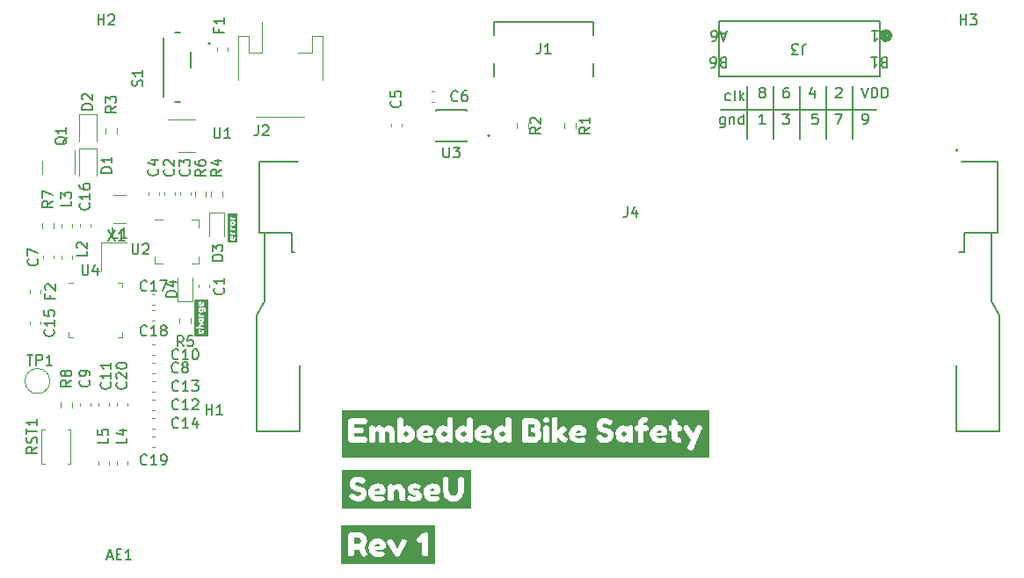
<source format=gbr>
%TF.GenerationSoftware,KiCad,Pcbnew,7.0.2*%
%TF.CreationDate,2023-06-20T04:31:58+02:00*%
%TF.ProjectId,SenseU_Mainboard,53656e73-6555-45f4-9d61-696e626f6172,rev?*%
%TF.SameCoordinates,Original*%
%TF.FileFunction,Legend,Top*%
%TF.FilePolarity,Positive*%
%FSLAX46Y46*%
G04 Gerber Fmt 4.6, Leading zero omitted, Abs format (unit mm)*
G04 Created by KiCad (PCBNEW 7.0.2) date 2023-06-20 04:31:58*
%MOMM*%
%LPD*%
G01*
G04 APERTURE LIST*
%ADD10C,0.150000*%
%ADD11C,0.120000*%
%ADD12C,0.127000*%
%ADD13C,0.200000*%
%ADD14C,0.152400*%
%ADD15C,0.508000*%
G04 APERTURE END LIST*
D10*
X163576000Y-102108000D02*
X178562000Y-102108000D01*
X173736000Y-99822000D02*
X173736000Y-104902000D01*
X168656000Y-99822000D02*
X168656000Y-104902000D01*
X176276000Y-99822000D02*
X176276000Y-104902000D01*
X171196000Y-99822000D02*
X171196000Y-104902000D01*
X166116000Y-99822000D02*
X166116000Y-104902000D01*
X169560857Y-102509619D02*
X170179904Y-102509619D01*
X170179904Y-102509619D02*
X169846571Y-102890571D01*
X169846571Y-102890571D02*
X169989428Y-102890571D01*
X169989428Y-102890571D02*
X170084666Y-102938190D01*
X170084666Y-102938190D02*
X170132285Y-102985809D01*
X170132285Y-102985809D02*
X170179904Y-103081047D01*
X170179904Y-103081047D02*
X170179904Y-103319142D01*
X170179904Y-103319142D02*
X170132285Y-103414380D01*
X170132285Y-103414380D02*
X170084666Y-103462000D01*
X170084666Y-103462000D02*
X169989428Y-103509619D01*
X169989428Y-103509619D02*
X169703714Y-103509619D01*
X169703714Y-103509619D02*
X169608476Y-103462000D01*
X169608476Y-103462000D02*
X169560857Y-103414380D01*
X170084666Y-99969619D02*
X169894190Y-99969619D01*
X169894190Y-99969619D02*
X169798952Y-100017238D01*
X169798952Y-100017238D02*
X169751333Y-100064857D01*
X169751333Y-100064857D02*
X169656095Y-100207714D01*
X169656095Y-100207714D02*
X169608476Y-100398190D01*
X169608476Y-100398190D02*
X169608476Y-100779142D01*
X169608476Y-100779142D02*
X169656095Y-100874380D01*
X169656095Y-100874380D02*
X169703714Y-100922000D01*
X169703714Y-100922000D02*
X169798952Y-100969619D01*
X169798952Y-100969619D02*
X169989428Y-100969619D01*
X169989428Y-100969619D02*
X170084666Y-100922000D01*
X170084666Y-100922000D02*
X170132285Y-100874380D01*
X170132285Y-100874380D02*
X170179904Y-100779142D01*
X170179904Y-100779142D02*
X170179904Y-100541047D01*
X170179904Y-100541047D02*
X170132285Y-100445809D01*
X170132285Y-100445809D02*
X170084666Y-100398190D01*
X170084666Y-100398190D02*
X169989428Y-100350571D01*
X169989428Y-100350571D02*
X169798952Y-100350571D01*
X169798952Y-100350571D02*
X169703714Y-100398190D01*
X169703714Y-100398190D02*
X169656095Y-100445809D01*
X169656095Y-100445809D02*
X169608476Y-100541047D01*
X177323714Y-103509619D02*
X177514190Y-103509619D01*
X177514190Y-103509619D02*
X177609428Y-103462000D01*
X177609428Y-103462000D02*
X177657047Y-103414380D01*
X177657047Y-103414380D02*
X177752285Y-103271523D01*
X177752285Y-103271523D02*
X177799904Y-103081047D01*
X177799904Y-103081047D02*
X177799904Y-102700095D01*
X177799904Y-102700095D02*
X177752285Y-102604857D01*
X177752285Y-102604857D02*
X177704666Y-102557238D01*
X177704666Y-102557238D02*
X177609428Y-102509619D01*
X177609428Y-102509619D02*
X177418952Y-102509619D01*
X177418952Y-102509619D02*
X177323714Y-102557238D01*
X177323714Y-102557238D02*
X177276095Y-102604857D01*
X177276095Y-102604857D02*
X177228476Y-102700095D01*
X177228476Y-102700095D02*
X177228476Y-102938190D01*
X177228476Y-102938190D02*
X177276095Y-103033428D01*
X177276095Y-103033428D02*
X177323714Y-103081047D01*
X177323714Y-103081047D02*
X177418952Y-103128666D01*
X177418952Y-103128666D02*
X177609428Y-103128666D01*
X177609428Y-103128666D02*
X177704666Y-103081047D01*
X177704666Y-103081047D02*
X177752285Y-103033428D01*
X177752285Y-103033428D02*
X177799904Y-102938190D01*
X163988666Y-102842952D02*
X163988666Y-103652476D01*
X163988666Y-103652476D02*
X163941047Y-103747714D01*
X163941047Y-103747714D02*
X163893428Y-103795333D01*
X163893428Y-103795333D02*
X163798190Y-103842952D01*
X163798190Y-103842952D02*
X163655333Y-103842952D01*
X163655333Y-103842952D02*
X163560095Y-103795333D01*
X163988666Y-103462000D02*
X163893428Y-103509619D01*
X163893428Y-103509619D02*
X163702952Y-103509619D01*
X163702952Y-103509619D02*
X163607714Y-103462000D01*
X163607714Y-103462000D02*
X163560095Y-103414380D01*
X163560095Y-103414380D02*
X163512476Y-103319142D01*
X163512476Y-103319142D02*
X163512476Y-103033428D01*
X163512476Y-103033428D02*
X163560095Y-102938190D01*
X163560095Y-102938190D02*
X163607714Y-102890571D01*
X163607714Y-102890571D02*
X163702952Y-102842952D01*
X163702952Y-102842952D02*
X163893428Y-102842952D01*
X163893428Y-102842952D02*
X163988666Y-102890571D01*
X164464857Y-102842952D02*
X164464857Y-103509619D01*
X164464857Y-102938190D02*
X164512476Y-102890571D01*
X164512476Y-102890571D02*
X164607714Y-102842952D01*
X164607714Y-102842952D02*
X164750571Y-102842952D01*
X164750571Y-102842952D02*
X164845809Y-102890571D01*
X164845809Y-102890571D02*
X164893428Y-102985809D01*
X164893428Y-102985809D02*
X164893428Y-103509619D01*
X165798190Y-103509619D02*
X165798190Y-102509619D01*
X165798190Y-103462000D02*
X165702952Y-103509619D01*
X165702952Y-103509619D02*
X165512476Y-103509619D01*
X165512476Y-103509619D02*
X165417238Y-103462000D01*
X165417238Y-103462000D02*
X165369619Y-103414380D01*
X165369619Y-103414380D02*
X165322000Y-103319142D01*
X165322000Y-103319142D02*
X165322000Y-103033428D01*
X165322000Y-103033428D02*
X165369619Y-102938190D01*
X165369619Y-102938190D02*
X165417238Y-102890571D01*
X165417238Y-102890571D02*
X165512476Y-102842952D01*
X165512476Y-102842952D02*
X165702952Y-102842952D01*
X165702952Y-102842952D02*
X165798190Y-102890571D01*
X177133238Y-99969619D02*
X177466571Y-100969619D01*
X177466571Y-100969619D02*
X177799904Y-99969619D01*
X178133238Y-100969619D02*
X178133238Y-99969619D01*
X178133238Y-99969619D02*
X178371333Y-99969619D01*
X178371333Y-99969619D02*
X178514190Y-100017238D01*
X178514190Y-100017238D02*
X178609428Y-100112476D01*
X178609428Y-100112476D02*
X178657047Y-100207714D01*
X178657047Y-100207714D02*
X178704666Y-100398190D01*
X178704666Y-100398190D02*
X178704666Y-100541047D01*
X178704666Y-100541047D02*
X178657047Y-100731523D01*
X178657047Y-100731523D02*
X178609428Y-100826761D01*
X178609428Y-100826761D02*
X178514190Y-100922000D01*
X178514190Y-100922000D02*
X178371333Y-100969619D01*
X178371333Y-100969619D02*
X178133238Y-100969619D01*
X179133238Y-100969619D02*
X179133238Y-99969619D01*
X179133238Y-99969619D02*
X179371333Y-99969619D01*
X179371333Y-99969619D02*
X179514190Y-100017238D01*
X179514190Y-100017238D02*
X179609428Y-100112476D01*
X179609428Y-100112476D02*
X179657047Y-100207714D01*
X179657047Y-100207714D02*
X179704666Y-100398190D01*
X179704666Y-100398190D02*
X179704666Y-100541047D01*
X179704666Y-100541047D02*
X179657047Y-100731523D01*
X179657047Y-100731523D02*
X179609428Y-100826761D01*
X179609428Y-100826761D02*
X179514190Y-100922000D01*
X179514190Y-100922000D02*
X179371333Y-100969619D01*
X179371333Y-100969619D02*
X179133238Y-100969619D01*
X164496666Y-101176000D02*
X164401428Y-101223619D01*
X164401428Y-101223619D02*
X164210952Y-101223619D01*
X164210952Y-101223619D02*
X164115714Y-101176000D01*
X164115714Y-101176000D02*
X164068095Y-101128380D01*
X164068095Y-101128380D02*
X164020476Y-101033142D01*
X164020476Y-101033142D02*
X164020476Y-100747428D01*
X164020476Y-100747428D02*
X164068095Y-100652190D01*
X164068095Y-100652190D02*
X164115714Y-100604571D01*
X164115714Y-100604571D02*
X164210952Y-100556952D01*
X164210952Y-100556952D02*
X164401428Y-100556952D01*
X164401428Y-100556952D02*
X164496666Y-100604571D01*
X165068095Y-101223619D02*
X164972857Y-101176000D01*
X164972857Y-101176000D02*
X164925238Y-101080761D01*
X164925238Y-101080761D02*
X164925238Y-100223619D01*
X165449048Y-101223619D02*
X165449048Y-100223619D01*
X165544286Y-100842666D02*
X165830000Y-101223619D01*
X165830000Y-100556952D02*
X165449048Y-100937904D01*
X167893904Y-103509619D02*
X167322476Y-103509619D01*
X167608190Y-103509619D02*
X167608190Y-102509619D01*
X167608190Y-102509619D02*
X167512952Y-102652476D01*
X167512952Y-102652476D02*
X167417714Y-102747714D01*
X167417714Y-102747714D02*
X167322476Y-102795333D01*
X172926285Y-102509619D02*
X172450095Y-102509619D01*
X172450095Y-102509619D02*
X172402476Y-102985809D01*
X172402476Y-102985809D02*
X172450095Y-102938190D01*
X172450095Y-102938190D02*
X172545333Y-102890571D01*
X172545333Y-102890571D02*
X172783428Y-102890571D01*
X172783428Y-102890571D02*
X172878666Y-102938190D01*
X172878666Y-102938190D02*
X172926285Y-102985809D01*
X172926285Y-102985809D02*
X172973904Y-103081047D01*
X172973904Y-103081047D02*
X172973904Y-103319142D01*
X172973904Y-103319142D02*
X172926285Y-103414380D01*
X172926285Y-103414380D02*
X172878666Y-103462000D01*
X172878666Y-103462000D02*
X172783428Y-103509619D01*
X172783428Y-103509619D02*
X172545333Y-103509619D01*
X172545333Y-103509619D02*
X172450095Y-103462000D01*
X172450095Y-103462000D02*
X172402476Y-103414380D01*
X174688476Y-100064857D02*
X174736095Y-100017238D01*
X174736095Y-100017238D02*
X174831333Y-99969619D01*
X174831333Y-99969619D02*
X175069428Y-99969619D01*
X175069428Y-99969619D02*
X175164666Y-100017238D01*
X175164666Y-100017238D02*
X175212285Y-100064857D01*
X175212285Y-100064857D02*
X175259904Y-100160095D01*
X175259904Y-100160095D02*
X175259904Y-100255333D01*
X175259904Y-100255333D02*
X175212285Y-100398190D01*
X175212285Y-100398190D02*
X174640857Y-100969619D01*
X174640857Y-100969619D02*
X175259904Y-100969619D01*
X174640857Y-102509619D02*
X175307523Y-102509619D01*
X175307523Y-102509619D02*
X174878952Y-103509619D01*
X172624666Y-100302952D02*
X172624666Y-100969619D01*
X172386571Y-99922000D02*
X172148476Y-100636285D01*
X172148476Y-100636285D02*
X172767523Y-100636285D01*
X167512952Y-100398190D02*
X167417714Y-100350571D01*
X167417714Y-100350571D02*
X167370095Y-100302952D01*
X167370095Y-100302952D02*
X167322476Y-100207714D01*
X167322476Y-100207714D02*
X167322476Y-100160095D01*
X167322476Y-100160095D02*
X167370095Y-100064857D01*
X167370095Y-100064857D02*
X167417714Y-100017238D01*
X167417714Y-100017238D02*
X167512952Y-99969619D01*
X167512952Y-99969619D02*
X167703428Y-99969619D01*
X167703428Y-99969619D02*
X167798666Y-100017238D01*
X167798666Y-100017238D02*
X167846285Y-100064857D01*
X167846285Y-100064857D02*
X167893904Y-100160095D01*
X167893904Y-100160095D02*
X167893904Y-100207714D01*
X167893904Y-100207714D02*
X167846285Y-100302952D01*
X167846285Y-100302952D02*
X167798666Y-100350571D01*
X167798666Y-100350571D02*
X167703428Y-100398190D01*
X167703428Y-100398190D02*
X167512952Y-100398190D01*
X167512952Y-100398190D02*
X167417714Y-100445809D01*
X167417714Y-100445809D02*
X167370095Y-100493428D01*
X167370095Y-100493428D02*
X167322476Y-100588666D01*
X167322476Y-100588666D02*
X167322476Y-100779142D01*
X167322476Y-100779142D02*
X167370095Y-100874380D01*
X167370095Y-100874380D02*
X167417714Y-100922000D01*
X167417714Y-100922000D02*
X167512952Y-100969619D01*
X167512952Y-100969619D02*
X167703428Y-100969619D01*
X167703428Y-100969619D02*
X167798666Y-100922000D01*
X167798666Y-100922000D02*
X167846285Y-100874380D01*
X167846285Y-100874380D02*
X167893904Y-100779142D01*
X167893904Y-100779142D02*
X167893904Y-100588666D01*
X167893904Y-100588666D02*
X167846285Y-100493428D01*
X167846285Y-100493428D02*
X167798666Y-100445809D01*
X167798666Y-100445809D02*
X167703428Y-100398190D01*
%TO.C,C5*%
X132701380Y-101258666D02*
X132749000Y-101306285D01*
X132749000Y-101306285D02*
X132796619Y-101449142D01*
X132796619Y-101449142D02*
X132796619Y-101544380D01*
X132796619Y-101544380D02*
X132749000Y-101687237D01*
X132749000Y-101687237D02*
X132653761Y-101782475D01*
X132653761Y-101782475D02*
X132558523Y-101830094D01*
X132558523Y-101830094D02*
X132368047Y-101877713D01*
X132368047Y-101877713D02*
X132225190Y-101877713D01*
X132225190Y-101877713D02*
X132034714Y-101830094D01*
X132034714Y-101830094D02*
X131939476Y-101782475D01*
X131939476Y-101782475D02*
X131844238Y-101687237D01*
X131844238Y-101687237D02*
X131796619Y-101544380D01*
X131796619Y-101544380D02*
X131796619Y-101449142D01*
X131796619Y-101449142D02*
X131844238Y-101306285D01*
X131844238Y-101306285D02*
X131891857Y-101258666D01*
X131796619Y-100353904D02*
X131796619Y-100830094D01*
X131796619Y-100830094D02*
X132272809Y-100877713D01*
X132272809Y-100877713D02*
X132225190Y-100830094D01*
X132225190Y-100830094D02*
X132177571Y-100734856D01*
X132177571Y-100734856D02*
X132177571Y-100496761D01*
X132177571Y-100496761D02*
X132225190Y-100401523D01*
X132225190Y-100401523D02*
X132272809Y-100353904D01*
X132272809Y-100353904D02*
X132368047Y-100306285D01*
X132368047Y-100306285D02*
X132606142Y-100306285D01*
X132606142Y-100306285D02*
X132701380Y-100353904D01*
X132701380Y-100353904D02*
X132749000Y-100401523D01*
X132749000Y-100401523D02*
X132796619Y-100496761D01*
X132796619Y-100496761D02*
X132796619Y-100734856D01*
X132796619Y-100734856D02*
X132749000Y-100830094D01*
X132749000Y-100830094D02*
X132701380Y-100877713D01*
%TO.C,D4*%
X111206619Y-120118094D02*
X110206619Y-120118094D01*
X110206619Y-120118094D02*
X110206619Y-119879999D01*
X110206619Y-119879999D02*
X110254238Y-119737142D01*
X110254238Y-119737142D02*
X110349476Y-119641904D01*
X110349476Y-119641904D02*
X110444714Y-119594285D01*
X110444714Y-119594285D02*
X110635190Y-119546666D01*
X110635190Y-119546666D02*
X110778047Y-119546666D01*
X110778047Y-119546666D02*
X110968523Y-119594285D01*
X110968523Y-119594285D02*
X111063761Y-119641904D01*
X111063761Y-119641904D02*
X111159000Y-119737142D01*
X111159000Y-119737142D02*
X111206619Y-119879999D01*
X111206619Y-119879999D02*
X111206619Y-120118094D01*
X110539952Y-118689523D02*
X111206619Y-118689523D01*
X110159000Y-118927618D02*
X110873285Y-119165713D01*
X110873285Y-119165713D02*
X110873285Y-118546666D01*
%TO.C,AE1*%
X104497333Y-145185904D02*
X104973523Y-145185904D01*
X104402095Y-145471619D02*
X104735428Y-144471619D01*
X104735428Y-144471619D02*
X105068761Y-145471619D01*
X105402095Y-144947809D02*
X105735428Y-144947809D01*
X105878285Y-145471619D02*
X105402095Y-145471619D01*
X105402095Y-145471619D02*
X105402095Y-144471619D01*
X105402095Y-144471619D02*
X105878285Y-144471619D01*
X106830666Y-145471619D02*
X106259238Y-145471619D01*
X106544952Y-145471619D02*
X106544952Y-144471619D01*
X106544952Y-144471619D02*
X106449714Y-144614476D01*
X106449714Y-144614476D02*
X106354476Y-144709714D01*
X106354476Y-144709714D02*
X106259238Y-144757333D01*
%TO.C,C6*%
X138263333Y-101205380D02*
X138215714Y-101253000D01*
X138215714Y-101253000D02*
X138072857Y-101300619D01*
X138072857Y-101300619D02*
X137977619Y-101300619D01*
X137977619Y-101300619D02*
X137834762Y-101253000D01*
X137834762Y-101253000D02*
X137739524Y-101157761D01*
X137739524Y-101157761D02*
X137691905Y-101062523D01*
X137691905Y-101062523D02*
X137644286Y-100872047D01*
X137644286Y-100872047D02*
X137644286Y-100729190D01*
X137644286Y-100729190D02*
X137691905Y-100538714D01*
X137691905Y-100538714D02*
X137739524Y-100443476D01*
X137739524Y-100443476D02*
X137834762Y-100348238D01*
X137834762Y-100348238D02*
X137977619Y-100300619D01*
X137977619Y-100300619D02*
X138072857Y-100300619D01*
X138072857Y-100300619D02*
X138215714Y-100348238D01*
X138215714Y-100348238D02*
X138263333Y-100395857D01*
X139120476Y-100300619D02*
X138930000Y-100300619D01*
X138930000Y-100300619D02*
X138834762Y-100348238D01*
X138834762Y-100348238D02*
X138787143Y-100395857D01*
X138787143Y-100395857D02*
X138691905Y-100538714D01*
X138691905Y-100538714D02*
X138644286Y-100729190D01*
X138644286Y-100729190D02*
X138644286Y-101110142D01*
X138644286Y-101110142D02*
X138691905Y-101205380D01*
X138691905Y-101205380D02*
X138739524Y-101253000D01*
X138739524Y-101253000D02*
X138834762Y-101300619D01*
X138834762Y-101300619D02*
X139025238Y-101300619D01*
X139025238Y-101300619D02*
X139120476Y-101253000D01*
X139120476Y-101253000D02*
X139168095Y-101205380D01*
X139168095Y-101205380D02*
X139215714Y-101110142D01*
X139215714Y-101110142D02*
X139215714Y-100872047D01*
X139215714Y-100872047D02*
X139168095Y-100776809D01*
X139168095Y-100776809D02*
X139120476Y-100729190D01*
X139120476Y-100729190D02*
X139025238Y-100681571D01*
X139025238Y-100681571D02*
X138834762Y-100681571D01*
X138834762Y-100681571D02*
X138739524Y-100729190D01*
X138739524Y-100729190D02*
X138691905Y-100776809D01*
X138691905Y-100776809D02*
X138644286Y-100872047D01*
%TO.C,R5*%
X111847333Y-124922619D02*
X111514000Y-124446428D01*
X111275905Y-124922619D02*
X111275905Y-123922619D01*
X111275905Y-123922619D02*
X111656857Y-123922619D01*
X111656857Y-123922619D02*
X111752095Y-123970238D01*
X111752095Y-123970238D02*
X111799714Y-124017857D01*
X111799714Y-124017857D02*
X111847333Y-124113095D01*
X111847333Y-124113095D02*
X111847333Y-124255952D01*
X111847333Y-124255952D02*
X111799714Y-124351190D01*
X111799714Y-124351190D02*
X111752095Y-124398809D01*
X111752095Y-124398809D02*
X111656857Y-124446428D01*
X111656857Y-124446428D02*
X111275905Y-124446428D01*
X112752095Y-123922619D02*
X112275905Y-123922619D01*
X112275905Y-123922619D02*
X112228286Y-124398809D01*
X112228286Y-124398809D02*
X112275905Y-124351190D01*
X112275905Y-124351190D02*
X112371143Y-124303571D01*
X112371143Y-124303571D02*
X112609238Y-124303571D01*
X112609238Y-124303571D02*
X112704476Y-124351190D01*
X112704476Y-124351190D02*
X112752095Y-124398809D01*
X112752095Y-124398809D02*
X112799714Y-124494047D01*
X112799714Y-124494047D02*
X112799714Y-124732142D01*
X112799714Y-124732142D02*
X112752095Y-124827380D01*
X112752095Y-124827380D02*
X112704476Y-124875000D01*
X112704476Y-124875000D02*
X112609238Y-124922619D01*
X112609238Y-124922619D02*
X112371143Y-124922619D01*
X112371143Y-124922619D02*
X112275905Y-124875000D01*
X112275905Y-124875000D02*
X112228286Y-124827380D01*
%TO.C,C11*%
X104761380Y-128404857D02*
X104809000Y-128452476D01*
X104809000Y-128452476D02*
X104856619Y-128595333D01*
X104856619Y-128595333D02*
X104856619Y-128690571D01*
X104856619Y-128690571D02*
X104809000Y-128833428D01*
X104809000Y-128833428D02*
X104713761Y-128928666D01*
X104713761Y-128928666D02*
X104618523Y-128976285D01*
X104618523Y-128976285D02*
X104428047Y-129023904D01*
X104428047Y-129023904D02*
X104285190Y-129023904D01*
X104285190Y-129023904D02*
X104094714Y-128976285D01*
X104094714Y-128976285D02*
X103999476Y-128928666D01*
X103999476Y-128928666D02*
X103904238Y-128833428D01*
X103904238Y-128833428D02*
X103856619Y-128690571D01*
X103856619Y-128690571D02*
X103856619Y-128595333D01*
X103856619Y-128595333D02*
X103904238Y-128452476D01*
X103904238Y-128452476D02*
X103951857Y-128404857D01*
X104856619Y-127452476D02*
X104856619Y-128023904D01*
X104856619Y-127738190D02*
X103856619Y-127738190D01*
X103856619Y-127738190D02*
X103999476Y-127833428D01*
X103999476Y-127833428D02*
X104094714Y-127928666D01*
X104094714Y-127928666D02*
X104142333Y-128023904D01*
X104856619Y-126500095D02*
X104856619Y-127071523D01*
X104856619Y-126785809D02*
X103856619Y-126785809D01*
X103856619Y-126785809D02*
X103999476Y-126881047D01*
X103999476Y-126881047D02*
X104094714Y-126976285D01*
X104094714Y-126976285D02*
X104142333Y-127071523D01*
%TO.C,S1*%
X107857000Y-99821904D02*
X107904619Y-99679047D01*
X107904619Y-99679047D02*
X107904619Y-99440952D01*
X107904619Y-99440952D02*
X107857000Y-99345714D01*
X107857000Y-99345714D02*
X107809380Y-99298095D01*
X107809380Y-99298095D02*
X107714142Y-99250476D01*
X107714142Y-99250476D02*
X107618904Y-99250476D01*
X107618904Y-99250476D02*
X107523666Y-99298095D01*
X107523666Y-99298095D02*
X107476047Y-99345714D01*
X107476047Y-99345714D02*
X107428428Y-99440952D01*
X107428428Y-99440952D02*
X107380809Y-99631428D01*
X107380809Y-99631428D02*
X107333190Y-99726666D01*
X107333190Y-99726666D02*
X107285571Y-99774285D01*
X107285571Y-99774285D02*
X107190333Y-99821904D01*
X107190333Y-99821904D02*
X107095095Y-99821904D01*
X107095095Y-99821904D02*
X106999857Y-99774285D01*
X106999857Y-99774285D02*
X106952238Y-99726666D01*
X106952238Y-99726666D02*
X106904619Y-99631428D01*
X106904619Y-99631428D02*
X106904619Y-99393333D01*
X106904619Y-99393333D02*
X106952238Y-99250476D01*
X107904619Y-98298095D02*
X107904619Y-98869523D01*
X107904619Y-98583809D02*
X106904619Y-98583809D01*
X106904619Y-98583809D02*
X107047476Y-98679047D01*
X107047476Y-98679047D02*
X107142714Y-98774285D01*
X107142714Y-98774285D02*
X107190333Y-98869523D01*
%TO.C,RST1*%
X97744619Y-134627809D02*
X97268428Y-134961142D01*
X97744619Y-135199237D02*
X96744619Y-135199237D01*
X96744619Y-135199237D02*
X96744619Y-134818285D01*
X96744619Y-134818285D02*
X96792238Y-134723047D01*
X96792238Y-134723047D02*
X96839857Y-134675428D01*
X96839857Y-134675428D02*
X96935095Y-134627809D01*
X96935095Y-134627809D02*
X97077952Y-134627809D01*
X97077952Y-134627809D02*
X97173190Y-134675428D01*
X97173190Y-134675428D02*
X97220809Y-134723047D01*
X97220809Y-134723047D02*
X97268428Y-134818285D01*
X97268428Y-134818285D02*
X97268428Y-135199237D01*
X97697000Y-134246856D02*
X97744619Y-134103999D01*
X97744619Y-134103999D02*
X97744619Y-133865904D01*
X97744619Y-133865904D02*
X97697000Y-133770666D01*
X97697000Y-133770666D02*
X97649380Y-133723047D01*
X97649380Y-133723047D02*
X97554142Y-133675428D01*
X97554142Y-133675428D02*
X97458904Y-133675428D01*
X97458904Y-133675428D02*
X97363666Y-133723047D01*
X97363666Y-133723047D02*
X97316047Y-133770666D01*
X97316047Y-133770666D02*
X97268428Y-133865904D01*
X97268428Y-133865904D02*
X97220809Y-134056380D01*
X97220809Y-134056380D02*
X97173190Y-134151618D01*
X97173190Y-134151618D02*
X97125571Y-134199237D01*
X97125571Y-134199237D02*
X97030333Y-134246856D01*
X97030333Y-134246856D02*
X96935095Y-134246856D01*
X96935095Y-134246856D02*
X96839857Y-134199237D01*
X96839857Y-134199237D02*
X96792238Y-134151618D01*
X96792238Y-134151618D02*
X96744619Y-134056380D01*
X96744619Y-134056380D02*
X96744619Y-133818285D01*
X96744619Y-133818285D02*
X96792238Y-133675428D01*
X96744619Y-133389713D02*
X96744619Y-132818285D01*
X97744619Y-133103999D02*
X96744619Y-133103999D01*
X97744619Y-131961142D02*
X97744619Y-132532570D01*
X97744619Y-132246856D02*
X96744619Y-132246856D01*
X96744619Y-132246856D02*
X96887476Y-132342094D01*
X96887476Y-132342094D02*
X96982714Y-132437332D01*
X96982714Y-132437332D02*
X97030333Y-132532570D01*
%TO.C,C17*%
X108323142Y-119493380D02*
X108275523Y-119541000D01*
X108275523Y-119541000D02*
X108132666Y-119588619D01*
X108132666Y-119588619D02*
X108037428Y-119588619D01*
X108037428Y-119588619D02*
X107894571Y-119541000D01*
X107894571Y-119541000D02*
X107799333Y-119445761D01*
X107799333Y-119445761D02*
X107751714Y-119350523D01*
X107751714Y-119350523D02*
X107704095Y-119160047D01*
X107704095Y-119160047D02*
X107704095Y-119017190D01*
X107704095Y-119017190D02*
X107751714Y-118826714D01*
X107751714Y-118826714D02*
X107799333Y-118731476D01*
X107799333Y-118731476D02*
X107894571Y-118636238D01*
X107894571Y-118636238D02*
X108037428Y-118588619D01*
X108037428Y-118588619D02*
X108132666Y-118588619D01*
X108132666Y-118588619D02*
X108275523Y-118636238D01*
X108275523Y-118636238D02*
X108323142Y-118683857D01*
X109275523Y-119588619D02*
X108704095Y-119588619D01*
X108989809Y-119588619D02*
X108989809Y-118588619D01*
X108989809Y-118588619D02*
X108894571Y-118731476D01*
X108894571Y-118731476D02*
X108799333Y-118826714D01*
X108799333Y-118826714D02*
X108704095Y-118874333D01*
X109608857Y-118588619D02*
X110275523Y-118588619D01*
X110275523Y-118588619D02*
X109846952Y-119588619D01*
%TO.C,Q1*%
X100633857Y-104743238D02*
X100586238Y-104838476D01*
X100586238Y-104838476D02*
X100491000Y-104933714D01*
X100491000Y-104933714D02*
X100348142Y-105076571D01*
X100348142Y-105076571D02*
X100300523Y-105171809D01*
X100300523Y-105171809D02*
X100300523Y-105267047D01*
X100538619Y-105219428D02*
X100491000Y-105314666D01*
X100491000Y-105314666D02*
X100395761Y-105409904D01*
X100395761Y-105409904D02*
X100205285Y-105457523D01*
X100205285Y-105457523D02*
X99871952Y-105457523D01*
X99871952Y-105457523D02*
X99681476Y-105409904D01*
X99681476Y-105409904D02*
X99586238Y-105314666D01*
X99586238Y-105314666D02*
X99538619Y-105219428D01*
X99538619Y-105219428D02*
X99538619Y-105028952D01*
X99538619Y-105028952D02*
X99586238Y-104933714D01*
X99586238Y-104933714D02*
X99681476Y-104838476D01*
X99681476Y-104838476D02*
X99871952Y-104790857D01*
X99871952Y-104790857D02*
X100205285Y-104790857D01*
X100205285Y-104790857D02*
X100395761Y-104838476D01*
X100395761Y-104838476D02*
X100491000Y-104933714D01*
X100491000Y-104933714D02*
X100538619Y-105028952D01*
X100538619Y-105028952D02*
X100538619Y-105219428D01*
X100538619Y-103838476D02*
X100538619Y-104409904D01*
X100538619Y-104124190D02*
X99538619Y-104124190D01*
X99538619Y-104124190D02*
X99681476Y-104219428D01*
X99681476Y-104219428D02*
X99776714Y-104314666D01*
X99776714Y-104314666D02*
X99824333Y-104409904D01*
%TO.C,F1*%
X115254809Y-94313333D02*
X115254809Y-94646666D01*
X115778619Y-94646666D02*
X114778619Y-94646666D01*
X114778619Y-94646666D02*
X114778619Y-94170476D01*
X115778619Y-93265714D02*
X115778619Y-93837142D01*
X115778619Y-93551428D02*
X114778619Y-93551428D01*
X114778619Y-93551428D02*
X114921476Y-93646666D01*
X114921476Y-93646666D02*
X115016714Y-93741904D01*
X115016714Y-93741904D02*
X115064333Y-93837142D01*
%TO.C,R2*%
X146258619Y-103798666D02*
X145782428Y-104131999D01*
X146258619Y-104370094D02*
X145258619Y-104370094D01*
X145258619Y-104370094D02*
X145258619Y-103989142D01*
X145258619Y-103989142D02*
X145306238Y-103893904D01*
X145306238Y-103893904D02*
X145353857Y-103846285D01*
X145353857Y-103846285D02*
X145449095Y-103798666D01*
X145449095Y-103798666D02*
X145591952Y-103798666D01*
X145591952Y-103798666D02*
X145687190Y-103846285D01*
X145687190Y-103846285D02*
X145734809Y-103893904D01*
X145734809Y-103893904D02*
X145782428Y-103989142D01*
X145782428Y-103989142D02*
X145782428Y-104370094D01*
X145353857Y-103417713D02*
X145306238Y-103370094D01*
X145306238Y-103370094D02*
X145258619Y-103274856D01*
X145258619Y-103274856D02*
X145258619Y-103036761D01*
X145258619Y-103036761D02*
X145306238Y-102941523D01*
X145306238Y-102941523D02*
X145353857Y-102893904D01*
X145353857Y-102893904D02*
X145449095Y-102846285D01*
X145449095Y-102846285D02*
X145544333Y-102846285D01*
X145544333Y-102846285D02*
X145687190Y-102893904D01*
X145687190Y-102893904D02*
X146258619Y-103465332D01*
X146258619Y-103465332D02*
X146258619Y-102846285D01*
%TO.C,C19*%
X108323142Y-136257380D02*
X108275523Y-136305000D01*
X108275523Y-136305000D02*
X108132666Y-136352619D01*
X108132666Y-136352619D02*
X108037428Y-136352619D01*
X108037428Y-136352619D02*
X107894571Y-136305000D01*
X107894571Y-136305000D02*
X107799333Y-136209761D01*
X107799333Y-136209761D02*
X107751714Y-136114523D01*
X107751714Y-136114523D02*
X107704095Y-135924047D01*
X107704095Y-135924047D02*
X107704095Y-135781190D01*
X107704095Y-135781190D02*
X107751714Y-135590714D01*
X107751714Y-135590714D02*
X107799333Y-135495476D01*
X107799333Y-135495476D02*
X107894571Y-135400238D01*
X107894571Y-135400238D02*
X108037428Y-135352619D01*
X108037428Y-135352619D02*
X108132666Y-135352619D01*
X108132666Y-135352619D02*
X108275523Y-135400238D01*
X108275523Y-135400238D02*
X108323142Y-135447857D01*
X109275523Y-136352619D02*
X108704095Y-136352619D01*
X108989809Y-136352619D02*
X108989809Y-135352619D01*
X108989809Y-135352619D02*
X108894571Y-135495476D01*
X108894571Y-135495476D02*
X108799333Y-135590714D01*
X108799333Y-135590714D02*
X108704095Y-135638333D01*
X109751714Y-136352619D02*
X109942190Y-136352619D01*
X109942190Y-136352619D02*
X110037428Y-136305000D01*
X110037428Y-136305000D02*
X110085047Y-136257380D01*
X110085047Y-136257380D02*
X110180285Y-136114523D01*
X110180285Y-136114523D02*
X110227904Y-135924047D01*
X110227904Y-135924047D02*
X110227904Y-135543095D01*
X110227904Y-135543095D02*
X110180285Y-135447857D01*
X110180285Y-135447857D02*
X110132666Y-135400238D01*
X110132666Y-135400238D02*
X110037428Y-135352619D01*
X110037428Y-135352619D02*
X109846952Y-135352619D01*
X109846952Y-135352619D02*
X109751714Y-135400238D01*
X109751714Y-135400238D02*
X109704095Y-135447857D01*
X109704095Y-135447857D02*
X109656476Y-135543095D01*
X109656476Y-135543095D02*
X109656476Y-135781190D01*
X109656476Y-135781190D02*
X109704095Y-135876428D01*
X109704095Y-135876428D02*
X109751714Y-135924047D01*
X109751714Y-135924047D02*
X109846952Y-135971666D01*
X109846952Y-135971666D02*
X110037428Y-135971666D01*
X110037428Y-135971666D02*
X110132666Y-135924047D01*
X110132666Y-135924047D02*
X110180285Y-135876428D01*
X110180285Y-135876428D02*
X110227904Y-135781190D01*
%TO.C,R3*%
X105364619Y-101766666D02*
X104888428Y-102099999D01*
X105364619Y-102338094D02*
X104364619Y-102338094D01*
X104364619Y-102338094D02*
X104364619Y-101957142D01*
X104364619Y-101957142D02*
X104412238Y-101861904D01*
X104412238Y-101861904D02*
X104459857Y-101814285D01*
X104459857Y-101814285D02*
X104555095Y-101766666D01*
X104555095Y-101766666D02*
X104697952Y-101766666D01*
X104697952Y-101766666D02*
X104793190Y-101814285D01*
X104793190Y-101814285D02*
X104840809Y-101861904D01*
X104840809Y-101861904D02*
X104888428Y-101957142D01*
X104888428Y-101957142D02*
X104888428Y-102338094D01*
X104364619Y-101433332D02*
X104364619Y-100814285D01*
X104364619Y-100814285D02*
X104745571Y-101147618D01*
X104745571Y-101147618D02*
X104745571Y-101004761D01*
X104745571Y-101004761D02*
X104793190Y-100909523D01*
X104793190Y-100909523D02*
X104840809Y-100861904D01*
X104840809Y-100861904D02*
X104936047Y-100814285D01*
X104936047Y-100814285D02*
X105174142Y-100814285D01*
X105174142Y-100814285D02*
X105269380Y-100861904D01*
X105269380Y-100861904D02*
X105317000Y-100909523D01*
X105317000Y-100909523D02*
X105364619Y-101004761D01*
X105364619Y-101004761D02*
X105364619Y-101290475D01*
X105364619Y-101290475D02*
X105317000Y-101385713D01*
X105317000Y-101385713D02*
X105269380Y-101433332D01*
%TO.C,L3*%
X101046619Y-110910666D02*
X101046619Y-111386856D01*
X101046619Y-111386856D02*
X100046619Y-111386856D01*
X100046619Y-110672570D02*
X100046619Y-110053523D01*
X100046619Y-110053523D02*
X100427571Y-110386856D01*
X100427571Y-110386856D02*
X100427571Y-110243999D01*
X100427571Y-110243999D02*
X100475190Y-110148761D01*
X100475190Y-110148761D02*
X100522809Y-110101142D01*
X100522809Y-110101142D02*
X100618047Y-110053523D01*
X100618047Y-110053523D02*
X100856142Y-110053523D01*
X100856142Y-110053523D02*
X100951380Y-110101142D01*
X100951380Y-110101142D02*
X100999000Y-110148761D01*
X100999000Y-110148761D02*
X101046619Y-110243999D01*
X101046619Y-110243999D02*
X101046619Y-110529713D01*
X101046619Y-110529713D02*
X100999000Y-110624951D01*
X100999000Y-110624951D02*
X100951380Y-110672570D01*
%TO.C,C8*%
X111339333Y-127367380D02*
X111291714Y-127415000D01*
X111291714Y-127415000D02*
X111148857Y-127462619D01*
X111148857Y-127462619D02*
X111053619Y-127462619D01*
X111053619Y-127462619D02*
X110910762Y-127415000D01*
X110910762Y-127415000D02*
X110815524Y-127319761D01*
X110815524Y-127319761D02*
X110767905Y-127224523D01*
X110767905Y-127224523D02*
X110720286Y-127034047D01*
X110720286Y-127034047D02*
X110720286Y-126891190D01*
X110720286Y-126891190D02*
X110767905Y-126700714D01*
X110767905Y-126700714D02*
X110815524Y-126605476D01*
X110815524Y-126605476D02*
X110910762Y-126510238D01*
X110910762Y-126510238D02*
X111053619Y-126462619D01*
X111053619Y-126462619D02*
X111148857Y-126462619D01*
X111148857Y-126462619D02*
X111291714Y-126510238D01*
X111291714Y-126510238D02*
X111339333Y-126557857D01*
X111910762Y-126891190D02*
X111815524Y-126843571D01*
X111815524Y-126843571D02*
X111767905Y-126795952D01*
X111767905Y-126795952D02*
X111720286Y-126700714D01*
X111720286Y-126700714D02*
X111720286Y-126653095D01*
X111720286Y-126653095D02*
X111767905Y-126557857D01*
X111767905Y-126557857D02*
X111815524Y-126510238D01*
X111815524Y-126510238D02*
X111910762Y-126462619D01*
X111910762Y-126462619D02*
X112101238Y-126462619D01*
X112101238Y-126462619D02*
X112196476Y-126510238D01*
X112196476Y-126510238D02*
X112244095Y-126557857D01*
X112244095Y-126557857D02*
X112291714Y-126653095D01*
X112291714Y-126653095D02*
X112291714Y-126700714D01*
X112291714Y-126700714D02*
X112244095Y-126795952D01*
X112244095Y-126795952D02*
X112196476Y-126843571D01*
X112196476Y-126843571D02*
X112101238Y-126891190D01*
X112101238Y-126891190D02*
X111910762Y-126891190D01*
X111910762Y-126891190D02*
X111815524Y-126938809D01*
X111815524Y-126938809D02*
X111767905Y-126986428D01*
X111767905Y-126986428D02*
X111720286Y-127081666D01*
X111720286Y-127081666D02*
X111720286Y-127272142D01*
X111720286Y-127272142D02*
X111767905Y-127367380D01*
X111767905Y-127367380D02*
X111815524Y-127415000D01*
X111815524Y-127415000D02*
X111910762Y-127462619D01*
X111910762Y-127462619D02*
X112101238Y-127462619D01*
X112101238Y-127462619D02*
X112196476Y-127415000D01*
X112196476Y-127415000D02*
X112244095Y-127367380D01*
X112244095Y-127367380D02*
X112291714Y-127272142D01*
X112291714Y-127272142D02*
X112291714Y-127081666D01*
X112291714Y-127081666D02*
X112244095Y-126986428D01*
X112244095Y-126986428D02*
X112196476Y-126938809D01*
X112196476Y-126938809D02*
X112101238Y-126891190D01*
%TO.C,H2*%
X103632095Y-93934619D02*
X103632095Y-92934619D01*
X103632095Y-93410809D02*
X104203523Y-93410809D01*
X104203523Y-93934619D02*
X104203523Y-92934619D01*
X104632095Y-93029857D02*
X104679714Y-92982238D01*
X104679714Y-92982238D02*
X104774952Y-92934619D01*
X104774952Y-92934619D02*
X105013047Y-92934619D01*
X105013047Y-92934619D02*
X105108285Y-92982238D01*
X105108285Y-92982238D02*
X105155904Y-93029857D01*
X105155904Y-93029857D02*
X105203523Y-93125095D01*
X105203523Y-93125095D02*
X105203523Y-93220333D01*
X105203523Y-93220333D02*
X105155904Y-93363190D01*
X105155904Y-93363190D02*
X104584476Y-93934619D01*
X104584476Y-93934619D02*
X105203523Y-93934619D01*
%TO.C,C10*%
X111371142Y-126097380D02*
X111323523Y-126145000D01*
X111323523Y-126145000D02*
X111180666Y-126192619D01*
X111180666Y-126192619D02*
X111085428Y-126192619D01*
X111085428Y-126192619D02*
X110942571Y-126145000D01*
X110942571Y-126145000D02*
X110847333Y-126049761D01*
X110847333Y-126049761D02*
X110799714Y-125954523D01*
X110799714Y-125954523D02*
X110752095Y-125764047D01*
X110752095Y-125764047D02*
X110752095Y-125621190D01*
X110752095Y-125621190D02*
X110799714Y-125430714D01*
X110799714Y-125430714D02*
X110847333Y-125335476D01*
X110847333Y-125335476D02*
X110942571Y-125240238D01*
X110942571Y-125240238D02*
X111085428Y-125192619D01*
X111085428Y-125192619D02*
X111180666Y-125192619D01*
X111180666Y-125192619D02*
X111323523Y-125240238D01*
X111323523Y-125240238D02*
X111371142Y-125287857D01*
X112323523Y-126192619D02*
X111752095Y-126192619D01*
X112037809Y-126192619D02*
X112037809Y-125192619D01*
X112037809Y-125192619D02*
X111942571Y-125335476D01*
X111942571Y-125335476D02*
X111847333Y-125430714D01*
X111847333Y-125430714D02*
X111752095Y-125478333D01*
X112942571Y-125192619D02*
X113037809Y-125192619D01*
X113037809Y-125192619D02*
X113133047Y-125240238D01*
X113133047Y-125240238D02*
X113180666Y-125287857D01*
X113180666Y-125287857D02*
X113228285Y-125383095D01*
X113228285Y-125383095D02*
X113275904Y-125573571D01*
X113275904Y-125573571D02*
X113275904Y-125811666D01*
X113275904Y-125811666D02*
X113228285Y-126002142D01*
X113228285Y-126002142D02*
X113180666Y-126097380D01*
X113180666Y-126097380D02*
X113133047Y-126145000D01*
X113133047Y-126145000D02*
X113037809Y-126192619D01*
X113037809Y-126192619D02*
X112942571Y-126192619D01*
X112942571Y-126192619D02*
X112847333Y-126145000D01*
X112847333Y-126145000D02*
X112799714Y-126097380D01*
X112799714Y-126097380D02*
X112752095Y-126002142D01*
X112752095Y-126002142D02*
X112704476Y-125811666D01*
X112704476Y-125811666D02*
X112704476Y-125573571D01*
X112704476Y-125573571D02*
X112752095Y-125383095D01*
X112752095Y-125383095D02*
X112799714Y-125287857D01*
X112799714Y-125287857D02*
X112847333Y-125240238D01*
X112847333Y-125240238D02*
X112942571Y-125192619D01*
%TO.C,L2*%
X102570619Y-115736666D02*
X102570619Y-116212856D01*
X102570619Y-116212856D02*
X101570619Y-116212856D01*
X101665857Y-115450951D02*
X101618238Y-115403332D01*
X101618238Y-115403332D02*
X101570619Y-115308094D01*
X101570619Y-115308094D02*
X101570619Y-115069999D01*
X101570619Y-115069999D02*
X101618238Y-114974761D01*
X101618238Y-114974761D02*
X101665857Y-114927142D01*
X101665857Y-114927142D02*
X101761095Y-114879523D01*
X101761095Y-114879523D02*
X101856333Y-114879523D01*
X101856333Y-114879523D02*
X101999190Y-114927142D01*
X101999190Y-114927142D02*
X102570619Y-115498570D01*
X102570619Y-115498570D02*
X102570619Y-114879523D01*
%TO.C,C7*%
X97743380Y-116498666D02*
X97791000Y-116546285D01*
X97791000Y-116546285D02*
X97838619Y-116689142D01*
X97838619Y-116689142D02*
X97838619Y-116784380D01*
X97838619Y-116784380D02*
X97791000Y-116927237D01*
X97791000Y-116927237D02*
X97695761Y-117022475D01*
X97695761Y-117022475D02*
X97600523Y-117070094D01*
X97600523Y-117070094D02*
X97410047Y-117117713D01*
X97410047Y-117117713D02*
X97267190Y-117117713D01*
X97267190Y-117117713D02*
X97076714Y-117070094D01*
X97076714Y-117070094D02*
X96981476Y-117022475D01*
X96981476Y-117022475D02*
X96886238Y-116927237D01*
X96886238Y-116927237D02*
X96838619Y-116784380D01*
X96838619Y-116784380D02*
X96838619Y-116689142D01*
X96838619Y-116689142D02*
X96886238Y-116546285D01*
X96886238Y-116546285D02*
X96933857Y-116498666D01*
X96838619Y-116165332D02*
X96838619Y-115498666D01*
X96838619Y-115498666D02*
X97838619Y-115927237D01*
%TO.C,C1*%
X115683380Y-119292666D02*
X115731000Y-119340285D01*
X115731000Y-119340285D02*
X115778619Y-119483142D01*
X115778619Y-119483142D02*
X115778619Y-119578380D01*
X115778619Y-119578380D02*
X115731000Y-119721237D01*
X115731000Y-119721237D02*
X115635761Y-119816475D01*
X115635761Y-119816475D02*
X115540523Y-119864094D01*
X115540523Y-119864094D02*
X115350047Y-119911713D01*
X115350047Y-119911713D02*
X115207190Y-119911713D01*
X115207190Y-119911713D02*
X115016714Y-119864094D01*
X115016714Y-119864094D02*
X114921476Y-119816475D01*
X114921476Y-119816475D02*
X114826238Y-119721237D01*
X114826238Y-119721237D02*
X114778619Y-119578380D01*
X114778619Y-119578380D02*
X114778619Y-119483142D01*
X114778619Y-119483142D02*
X114826238Y-119340285D01*
X114826238Y-119340285D02*
X114873857Y-119292666D01*
X115778619Y-118340285D02*
X115778619Y-118911713D01*
X115778619Y-118625999D02*
X114778619Y-118625999D01*
X114778619Y-118625999D02*
X114921476Y-118721237D01*
X114921476Y-118721237D02*
X115016714Y-118816475D01*
X115016714Y-118816475D02*
X115064333Y-118911713D01*
%TO.C,C16*%
X102729380Y-111132857D02*
X102777000Y-111180476D01*
X102777000Y-111180476D02*
X102824619Y-111323333D01*
X102824619Y-111323333D02*
X102824619Y-111418571D01*
X102824619Y-111418571D02*
X102777000Y-111561428D01*
X102777000Y-111561428D02*
X102681761Y-111656666D01*
X102681761Y-111656666D02*
X102586523Y-111704285D01*
X102586523Y-111704285D02*
X102396047Y-111751904D01*
X102396047Y-111751904D02*
X102253190Y-111751904D01*
X102253190Y-111751904D02*
X102062714Y-111704285D01*
X102062714Y-111704285D02*
X101967476Y-111656666D01*
X101967476Y-111656666D02*
X101872238Y-111561428D01*
X101872238Y-111561428D02*
X101824619Y-111418571D01*
X101824619Y-111418571D02*
X101824619Y-111323333D01*
X101824619Y-111323333D02*
X101872238Y-111180476D01*
X101872238Y-111180476D02*
X101919857Y-111132857D01*
X102824619Y-110180476D02*
X102824619Y-110751904D01*
X102824619Y-110466190D02*
X101824619Y-110466190D01*
X101824619Y-110466190D02*
X101967476Y-110561428D01*
X101967476Y-110561428D02*
X102062714Y-110656666D01*
X102062714Y-110656666D02*
X102110333Y-110751904D01*
X101824619Y-109323333D02*
X101824619Y-109513809D01*
X101824619Y-109513809D02*
X101872238Y-109609047D01*
X101872238Y-109609047D02*
X101919857Y-109656666D01*
X101919857Y-109656666D02*
X102062714Y-109751904D01*
X102062714Y-109751904D02*
X102253190Y-109799523D01*
X102253190Y-109799523D02*
X102634142Y-109799523D01*
X102634142Y-109799523D02*
X102729380Y-109751904D01*
X102729380Y-109751904D02*
X102777000Y-109704285D01*
X102777000Y-109704285D02*
X102824619Y-109609047D01*
X102824619Y-109609047D02*
X102824619Y-109418571D01*
X102824619Y-109418571D02*
X102777000Y-109323333D01*
X102777000Y-109323333D02*
X102729380Y-109275714D01*
X102729380Y-109275714D02*
X102634142Y-109228095D01*
X102634142Y-109228095D02*
X102396047Y-109228095D01*
X102396047Y-109228095D02*
X102300809Y-109275714D01*
X102300809Y-109275714D02*
X102253190Y-109323333D01*
X102253190Y-109323333D02*
X102205571Y-109418571D01*
X102205571Y-109418571D02*
X102205571Y-109609047D01*
X102205571Y-109609047D02*
X102253190Y-109704285D01*
X102253190Y-109704285D02*
X102300809Y-109751904D01*
X102300809Y-109751904D02*
X102396047Y-109799523D01*
%TO.C,R1*%
X150990619Y-103798666D02*
X150514428Y-104131999D01*
X150990619Y-104370094D02*
X149990619Y-104370094D01*
X149990619Y-104370094D02*
X149990619Y-103989142D01*
X149990619Y-103989142D02*
X150038238Y-103893904D01*
X150038238Y-103893904D02*
X150085857Y-103846285D01*
X150085857Y-103846285D02*
X150181095Y-103798666D01*
X150181095Y-103798666D02*
X150323952Y-103798666D01*
X150323952Y-103798666D02*
X150419190Y-103846285D01*
X150419190Y-103846285D02*
X150466809Y-103893904D01*
X150466809Y-103893904D02*
X150514428Y-103989142D01*
X150514428Y-103989142D02*
X150514428Y-104370094D01*
X150990619Y-102846285D02*
X150990619Y-103417713D01*
X150990619Y-103131999D02*
X149990619Y-103131999D01*
X149990619Y-103131999D02*
X150133476Y-103227237D01*
X150133476Y-103227237D02*
X150228714Y-103322475D01*
X150228714Y-103322475D02*
X150276333Y-103417713D01*
%TO.C,U1*%
X114808095Y-103856619D02*
X114808095Y-104666142D01*
X114808095Y-104666142D02*
X114855714Y-104761380D01*
X114855714Y-104761380D02*
X114903333Y-104809000D01*
X114903333Y-104809000D02*
X114998571Y-104856619D01*
X114998571Y-104856619D02*
X115189047Y-104856619D01*
X115189047Y-104856619D02*
X115284285Y-104809000D01*
X115284285Y-104809000D02*
X115331904Y-104761380D01*
X115331904Y-104761380D02*
X115379523Y-104666142D01*
X115379523Y-104666142D02*
X115379523Y-103856619D01*
X116379523Y-104856619D02*
X115808095Y-104856619D01*
X116093809Y-104856619D02*
X116093809Y-103856619D01*
X116093809Y-103856619D02*
X115998571Y-103999476D01*
X115998571Y-103999476D02*
X115903333Y-104094714D01*
X115903333Y-104094714D02*
X115808095Y-104142333D01*
%TO.C,D1*%
X104928619Y-108180094D02*
X103928619Y-108180094D01*
X103928619Y-108180094D02*
X103928619Y-107941999D01*
X103928619Y-107941999D02*
X103976238Y-107799142D01*
X103976238Y-107799142D02*
X104071476Y-107703904D01*
X104071476Y-107703904D02*
X104166714Y-107656285D01*
X104166714Y-107656285D02*
X104357190Y-107608666D01*
X104357190Y-107608666D02*
X104500047Y-107608666D01*
X104500047Y-107608666D02*
X104690523Y-107656285D01*
X104690523Y-107656285D02*
X104785761Y-107703904D01*
X104785761Y-107703904D02*
X104881000Y-107799142D01*
X104881000Y-107799142D02*
X104928619Y-107941999D01*
X104928619Y-107941999D02*
X104928619Y-108180094D01*
X104928619Y-106656285D02*
X104928619Y-107227713D01*
X104928619Y-106941999D02*
X103928619Y-106941999D01*
X103928619Y-106941999D02*
X104071476Y-107037237D01*
X104071476Y-107037237D02*
X104166714Y-107132475D01*
X104166714Y-107132475D02*
X104214333Y-107227713D01*
%TO.C,H1*%
X114046095Y-131526619D02*
X114046095Y-130526619D01*
X114046095Y-131002809D02*
X114617523Y-131002809D01*
X114617523Y-131526619D02*
X114617523Y-130526619D01*
X115617523Y-131526619D02*
X115046095Y-131526619D01*
X115331809Y-131526619D02*
X115331809Y-130526619D01*
X115331809Y-130526619D02*
X115236571Y-130669476D01*
X115236571Y-130669476D02*
X115141333Y-130764714D01*
X115141333Y-130764714D02*
X115046095Y-130812333D01*
%TO.C,U3*%
X136891095Y-105729619D02*
X136891095Y-106539142D01*
X136891095Y-106539142D02*
X136938714Y-106634380D01*
X136938714Y-106634380D02*
X136986333Y-106682000D01*
X136986333Y-106682000D02*
X137081571Y-106729619D01*
X137081571Y-106729619D02*
X137272047Y-106729619D01*
X137272047Y-106729619D02*
X137367285Y-106682000D01*
X137367285Y-106682000D02*
X137414904Y-106634380D01*
X137414904Y-106634380D02*
X137462523Y-106539142D01*
X137462523Y-106539142D02*
X137462523Y-105729619D01*
X137843476Y-105729619D02*
X138462523Y-105729619D01*
X138462523Y-105729619D02*
X138129190Y-106110571D01*
X138129190Y-106110571D02*
X138272047Y-106110571D01*
X138272047Y-106110571D02*
X138367285Y-106158190D01*
X138367285Y-106158190D02*
X138414904Y-106205809D01*
X138414904Y-106205809D02*
X138462523Y-106301047D01*
X138462523Y-106301047D02*
X138462523Y-106539142D01*
X138462523Y-106539142D02*
X138414904Y-106634380D01*
X138414904Y-106634380D02*
X138367285Y-106682000D01*
X138367285Y-106682000D02*
X138272047Y-106729619D01*
X138272047Y-106729619D02*
X137986333Y-106729619D01*
X137986333Y-106729619D02*
X137891095Y-106682000D01*
X137891095Y-106682000D02*
X137843476Y-106634380D01*
%TO.C,R6*%
X113968619Y-107894666D02*
X113492428Y-108227999D01*
X113968619Y-108466094D02*
X112968619Y-108466094D01*
X112968619Y-108466094D02*
X112968619Y-108085142D01*
X112968619Y-108085142D02*
X113016238Y-107989904D01*
X113016238Y-107989904D02*
X113063857Y-107942285D01*
X113063857Y-107942285D02*
X113159095Y-107894666D01*
X113159095Y-107894666D02*
X113301952Y-107894666D01*
X113301952Y-107894666D02*
X113397190Y-107942285D01*
X113397190Y-107942285D02*
X113444809Y-107989904D01*
X113444809Y-107989904D02*
X113492428Y-108085142D01*
X113492428Y-108085142D02*
X113492428Y-108466094D01*
X112968619Y-107037523D02*
X112968619Y-107227999D01*
X112968619Y-107227999D02*
X113016238Y-107323237D01*
X113016238Y-107323237D02*
X113063857Y-107370856D01*
X113063857Y-107370856D02*
X113206714Y-107466094D01*
X113206714Y-107466094D02*
X113397190Y-107513713D01*
X113397190Y-107513713D02*
X113778142Y-107513713D01*
X113778142Y-107513713D02*
X113873380Y-107466094D01*
X113873380Y-107466094D02*
X113921000Y-107418475D01*
X113921000Y-107418475D02*
X113968619Y-107323237D01*
X113968619Y-107323237D02*
X113968619Y-107132761D01*
X113968619Y-107132761D02*
X113921000Y-107037523D01*
X113921000Y-107037523D02*
X113873380Y-106989904D01*
X113873380Y-106989904D02*
X113778142Y-106942285D01*
X113778142Y-106942285D02*
X113540047Y-106942285D01*
X113540047Y-106942285D02*
X113444809Y-106989904D01*
X113444809Y-106989904D02*
X113397190Y-107037523D01*
X113397190Y-107037523D02*
X113349571Y-107132761D01*
X113349571Y-107132761D02*
X113349571Y-107323237D01*
X113349571Y-107323237D02*
X113397190Y-107418475D01*
X113397190Y-107418475D02*
X113444809Y-107466094D01*
X113444809Y-107466094D02*
X113540047Y-107513713D01*
%TO.C,C2*%
X110857380Y-107862666D02*
X110905000Y-107910285D01*
X110905000Y-107910285D02*
X110952619Y-108053142D01*
X110952619Y-108053142D02*
X110952619Y-108148380D01*
X110952619Y-108148380D02*
X110905000Y-108291237D01*
X110905000Y-108291237D02*
X110809761Y-108386475D01*
X110809761Y-108386475D02*
X110714523Y-108434094D01*
X110714523Y-108434094D02*
X110524047Y-108481713D01*
X110524047Y-108481713D02*
X110381190Y-108481713D01*
X110381190Y-108481713D02*
X110190714Y-108434094D01*
X110190714Y-108434094D02*
X110095476Y-108386475D01*
X110095476Y-108386475D02*
X110000238Y-108291237D01*
X110000238Y-108291237D02*
X109952619Y-108148380D01*
X109952619Y-108148380D02*
X109952619Y-108053142D01*
X109952619Y-108053142D02*
X110000238Y-107910285D01*
X110000238Y-107910285D02*
X110047857Y-107862666D01*
X110047857Y-107481713D02*
X110000238Y-107434094D01*
X110000238Y-107434094D02*
X109952619Y-107338856D01*
X109952619Y-107338856D02*
X109952619Y-107100761D01*
X109952619Y-107100761D02*
X110000238Y-107005523D01*
X110000238Y-107005523D02*
X110047857Y-106957904D01*
X110047857Y-106957904D02*
X110143095Y-106910285D01*
X110143095Y-106910285D02*
X110238333Y-106910285D01*
X110238333Y-106910285D02*
X110381190Y-106957904D01*
X110381190Y-106957904D02*
X110952619Y-107529332D01*
X110952619Y-107529332D02*
X110952619Y-106910285D01*
%TO.C,J3*%
X171478533Y-96777980D02*
X171478533Y-96063695D01*
X171478533Y-96063695D02*
X171526152Y-95920838D01*
X171526152Y-95920838D02*
X171621390Y-95825600D01*
X171621390Y-95825600D02*
X171764247Y-95777980D01*
X171764247Y-95777980D02*
X171859485Y-95777980D01*
X171097580Y-96777980D02*
X170478533Y-96777980D01*
X170478533Y-96777980D02*
X170811866Y-96397028D01*
X170811866Y-96397028D02*
X170669009Y-96397028D01*
X170669009Y-96397028D02*
X170573771Y-96349409D01*
X170573771Y-96349409D02*
X170526152Y-96301790D01*
X170526152Y-96301790D02*
X170478533Y-96206552D01*
X170478533Y-96206552D02*
X170478533Y-95968457D01*
X170478533Y-95968457D02*
X170526152Y-95873219D01*
X170526152Y-95873219D02*
X170573771Y-95825600D01*
X170573771Y-95825600D02*
X170669009Y-95777980D01*
X170669009Y-95777980D02*
X170954723Y-95777980D01*
X170954723Y-95777980D02*
X171049961Y-95825600D01*
X171049961Y-95825600D02*
X171097580Y-95873219D01*
X179606485Y-94793695D02*
X179130295Y-94793695D01*
X179701723Y-94507980D02*
X179368390Y-95507980D01*
X179368390Y-95507980D02*
X179035057Y-94507980D01*
X178177914Y-94507980D02*
X178749342Y-94507980D01*
X178463628Y-94507980D02*
X178463628Y-95507980D01*
X178463628Y-95507980D02*
X178558866Y-95365123D01*
X178558866Y-95365123D02*
X178654104Y-95269885D01*
X178654104Y-95269885D02*
X178749342Y-95222266D01*
X164112485Y-94793695D02*
X163636295Y-94793695D01*
X164207723Y-94507980D02*
X163874390Y-95507980D01*
X163874390Y-95507980D02*
X163541057Y-94507980D01*
X162779152Y-95507980D02*
X162969628Y-95507980D01*
X162969628Y-95507980D02*
X163064866Y-95460361D01*
X163064866Y-95460361D02*
X163112485Y-95412742D01*
X163112485Y-95412742D02*
X163207723Y-95269885D01*
X163207723Y-95269885D02*
X163255342Y-95079409D01*
X163255342Y-95079409D02*
X163255342Y-94698457D01*
X163255342Y-94698457D02*
X163207723Y-94603219D01*
X163207723Y-94603219D02*
X163160104Y-94555600D01*
X163160104Y-94555600D02*
X163064866Y-94507980D01*
X163064866Y-94507980D02*
X162874390Y-94507980D01*
X162874390Y-94507980D02*
X162779152Y-94555600D01*
X162779152Y-94555600D02*
X162731533Y-94603219D01*
X162731533Y-94603219D02*
X162683914Y-94698457D01*
X162683914Y-94698457D02*
X162683914Y-94936552D01*
X162683914Y-94936552D02*
X162731533Y-95031790D01*
X162731533Y-95031790D02*
X162779152Y-95079409D01*
X162779152Y-95079409D02*
X162874390Y-95127028D01*
X162874390Y-95127028D02*
X163064866Y-95127028D01*
X163064866Y-95127028D02*
X163160104Y-95079409D01*
X163160104Y-95079409D02*
X163207723Y-95031790D01*
X163207723Y-95031790D02*
X163255342Y-94936552D01*
X179296961Y-97571790D02*
X179154104Y-97524171D01*
X179154104Y-97524171D02*
X179106485Y-97476552D01*
X179106485Y-97476552D02*
X179058866Y-97381314D01*
X179058866Y-97381314D02*
X179058866Y-97238457D01*
X179058866Y-97238457D02*
X179106485Y-97143219D01*
X179106485Y-97143219D02*
X179154104Y-97095600D01*
X179154104Y-97095600D02*
X179249342Y-97047980D01*
X179249342Y-97047980D02*
X179630294Y-97047980D01*
X179630294Y-97047980D02*
X179630294Y-98047980D01*
X179630294Y-98047980D02*
X179296961Y-98047980D01*
X179296961Y-98047980D02*
X179201723Y-98000361D01*
X179201723Y-98000361D02*
X179154104Y-97952742D01*
X179154104Y-97952742D02*
X179106485Y-97857504D01*
X179106485Y-97857504D02*
X179106485Y-97762266D01*
X179106485Y-97762266D02*
X179154104Y-97667028D01*
X179154104Y-97667028D02*
X179201723Y-97619409D01*
X179201723Y-97619409D02*
X179296961Y-97571790D01*
X179296961Y-97571790D02*
X179630294Y-97571790D01*
X178106485Y-97047980D02*
X178677913Y-97047980D01*
X178392199Y-97047980D02*
X178392199Y-98047980D01*
X178392199Y-98047980D02*
X178487437Y-97905123D01*
X178487437Y-97905123D02*
X178582675Y-97809885D01*
X178582675Y-97809885D02*
X178677913Y-97762266D01*
X163802961Y-97571790D02*
X163660104Y-97524171D01*
X163660104Y-97524171D02*
X163612485Y-97476552D01*
X163612485Y-97476552D02*
X163564866Y-97381314D01*
X163564866Y-97381314D02*
X163564866Y-97238457D01*
X163564866Y-97238457D02*
X163612485Y-97143219D01*
X163612485Y-97143219D02*
X163660104Y-97095600D01*
X163660104Y-97095600D02*
X163755342Y-97047980D01*
X163755342Y-97047980D02*
X164136294Y-97047980D01*
X164136294Y-97047980D02*
X164136294Y-98047980D01*
X164136294Y-98047980D02*
X163802961Y-98047980D01*
X163802961Y-98047980D02*
X163707723Y-98000361D01*
X163707723Y-98000361D02*
X163660104Y-97952742D01*
X163660104Y-97952742D02*
X163612485Y-97857504D01*
X163612485Y-97857504D02*
X163612485Y-97762266D01*
X163612485Y-97762266D02*
X163660104Y-97667028D01*
X163660104Y-97667028D02*
X163707723Y-97619409D01*
X163707723Y-97619409D02*
X163802961Y-97571790D01*
X163802961Y-97571790D02*
X164136294Y-97571790D01*
X162707723Y-98047980D02*
X162898199Y-98047980D01*
X162898199Y-98047980D02*
X162993437Y-98000361D01*
X162993437Y-98000361D02*
X163041056Y-97952742D01*
X163041056Y-97952742D02*
X163136294Y-97809885D01*
X163136294Y-97809885D02*
X163183913Y-97619409D01*
X163183913Y-97619409D02*
X163183913Y-97238457D01*
X163183913Y-97238457D02*
X163136294Y-97143219D01*
X163136294Y-97143219D02*
X163088675Y-97095600D01*
X163088675Y-97095600D02*
X162993437Y-97047980D01*
X162993437Y-97047980D02*
X162802961Y-97047980D01*
X162802961Y-97047980D02*
X162707723Y-97095600D01*
X162707723Y-97095600D02*
X162660104Y-97143219D01*
X162660104Y-97143219D02*
X162612485Y-97238457D01*
X162612485Y-97238457D02*
X162612485Y-97476552D01*
X162612485Y-97476552D02*
X162660104Y-97571790D01*
X162660104Y-97571790D02*
X162707723Y-97619409D01*
X162707723Y-97619409D02*
X162802961Y-97667028D01*
X162802961Y-97667028D02*
X162993437Y-97667028D01*
X162993437Y-97667028D02*
X163088675Y-97619409D01*
X163088675Y-97619409D02*
X163136294Y-97571790D01*
X163136294Y-97571790D02*
X163183913Y-97476552D01*
%TO.C,C14*%
X111371142Y-132701380D02*
X111323523Y-132749000D01*
X111323523Y-132749000D02*
X111180666Y-132796619D01*
X111180666Y-132796619D02*
X111085428Y-132796619D01*
X111085428Y-132796619D02*
X110942571Y-132749000D01*
X110942571Y-132749000D02*
X110847333Y-132653761D01*
X110847333Y-132653761D02*
X110799714Y-132558523D01*
X110799714Y-132558523D02*
X110752095Y-132368047D01*
X110752095Y-132368047D02*
X110752095Y-132225190D01*
X110752095Y-132225190D02*
X110799714Y-132034714D01*
X110799714Y-132034714D02*
X110847333Y-131939476D01*
X110847333Y-131939476D02*
X110942571Y-131844238D01*
X110942571Y-131844238D02*
X111085428Y-131796619D01*
X111085428Y-131796619D02*
X111180666Y-131796619D01*
X111180666Y-131796619D02*
X111323523Y-131844238D01*
X111323523Y-131844238D02*
X111371142Y-131891857D01*
X112323523Y-132796619D02*
X111752095Y-132796619D01*
X112037809Y-132796619D02*
X112037809Y-131796619D01*
X112037809Y-131796619D02*
X111942571Y-131939476D01*
X111942571Y-131939476D02*
X111847333Y-132034714D01*
X111847333Y-132034714D02*
X111752095Y-132082333D01*
X113180666Y-132129952D02*
X113180666Y-132796619D01*
X112942571Y-131749000D02*
X112704476Y-132463285D01*
X112704476Y-132463285D02*
X113323523Y-132463285D01*
%TO.C,C20*%
X106285380Y-128404857D02*
X106333000Y-128452476D01*
X106333000Y-128452476D02*
X106380619Y-128595333D01*
X106380619Y-128595333D02*
X106380619Y-128690571D01*
X106380619Y-128690571D02*
X106333000Y-128833428D01*
X106333000Y-128833428D02*
X106237761Y-128928666D01*
X106237761Y-128928666D02*
X106142523Y-128976285D01*
X106142523Y-128976285D02*
X105952047Y-129023904D01*
X105952047Y-129023904D02*
X105809190Y-129023904D01*
X105809190Y-129023904D02*
X105618714Y-128976285D01*
X105618714Y-128976285D02*
X105523476Y-128928666D01*
X105523476Y-128928666D02*
X105428238Y-128833428D01*
X105428238Y-128833428D02*
X105380619Y-128690571D01*
X105380619Y-128690571D02*
X105380619Y-128595333D01*
X105380619Y-128595333D02*
X105428238Y-128452476D01*
X105428238Y-128452476D02*
X105475857Y-128404857D01*
X105475857Y-128023904D02*
X105428238Y-127976285D01*
X105428238Y-127976285D02*
X105380619Y-127881047D01*
X105380619Y-127881047D02*
X105380619Y-127642952D01*
X105380619Y-127642952D02*
X105428238Y-127547714D01*
X105428238Y-127547714D02*
X105475857Y-127500095D01*
X105475857Y-127500095D02*
X105571095Y-127452476D01*
X105571095Y-127452476D02*
X105666333Y-127452476D01*
X105666333Y-127452476D02*
X105809190Y-127500095D01*
X105809190Y-127500095D02*
X106380619Y-128071523D01*
X106380619Y-128071523D02*
X106380619Y-127452476D01*
X105380619Y-126833428D02*
X105380619Y-126738190D01*
X105380619Y-126738190D02*
X105428238Y-126642952D01*
X105428238Y-126642952D02*
X105475857Y-126595333D01*
X105475857Y-126595333D02*
X105571095Y-126547714D01*
X105571095Y-126547714D02*
X105761571Y-126500095D01*
X105761571Y-126500095D02*
X105999666Y-126500095D01*
X105999666Y-126500095D02*
X106190142Y-126547714D01*
X106190142Y-126547714D02*
X106285380Y-126595333D01*
X106285380Y-126595333D02*
X106333000Y-126642952D01*
X106333000Y-126642952D02*
X106380619Y-126738190D01*
X106380619Y-126738190D02*
X106380619Y-126833428D01*
X106380619Y-126833428D02*
X106333000Y-126928666D01*
X106333000Y-126928666D02*
X106285380Y-126976285D01*
X106285380Y-126976285D02*
X106190142Y-127023904D01*
X106190142Y-127023904D02*
X105999666Y-127071523D01*
X105999666Y-127071523D02*
X105761571Y-127071523D01*
X105761571Y-127071523D02*
X105571095Y-127023904D01*
X105571095Y-127023904D02*
X105475857Y-126976285D01*
X105475857Y-126976285D02*
X105428238Y-126928666D01*
X105428238Y-126928666D02*
X105380619Y-126833428D01*
%TO.C,X1*%
X104600476Y-113762619D02*
X105267142Y-114762619D01*
X105267142Y-113762619D02*
X104600476Y-114762619D01*
X106171904Y-114762619D02*
X105600476Y-114762619D01*
X105886190Y-114762619D02*
X105886190Y-113762619D01*
X105886190Y-113762619D02*
X105790952Y-113905476D01*
X105790952Y-113905476D02*
X105695714Y-114000714D01*
X105695714Y-114000714D02*
X105600476Y-114048333D01*
%TO.C,J1*%
X146224666Y-95728619D02*
X146224666Y-96442904D01*
X146224666Y-96442904D02*
X146177047Y-96585761D01*
X146177047Y-96585761D02*
X146081809Y-96681000D01*
X146081809Y-96681000D02*
X145938952Y-96728619D01*
X145938952Y-96728619D02*
X145843714Y-96728619D01*
X147224666Y-96728619D02*
X146653238Y-96728619D01*
X146938952Y-96728619D02*
X146938952Y-95728619D01*
X146938952Y-95728619D02*
X146843714Y-95871476D01*
X146843714Y-95871476D02*
X146748476Y-95966714D01*
X146748476Y-95966714D02*
X146653238Y-96014333D01*
%TO.C,C12*%
X111371142Y-130923380D02*
X111323523Y-130971000D01*
X111323523Y-130971000D02*
X111180666Y-131018619D01*
X111180666Y-131018619D02*
X111085428Y-131018619D01*
X111085428Y-131018619D02*
X110942571Y-130971000D01*
X110942571Y-130971000D02*
X110847333Y-130875761D01*
X110847333Y-130875761D02*
X110799714Y-130780523D01*
X110799714Y-130780523D02*
X110752095Y-130590047D01*
X110752095Y-130590047D02*
X110752095Y-130447190D01*
X110752095Y-130447190D02*
X110799714Y-130256714D01*
X110799714Y-130256714D02*
X110847333Y-130161476D01*
X110847333Y-130161476D02*
X110942571Y-130066238D01*
X110942571Y-130066238D02*
X111085428Y-130018619D01*
X111085428Y-130018619D02*
X111180666Y-130018619D01*
X111180666Y-130018619D02*
X111323523Y-130066238D01*
X111323523Y-130066238D02*
X111371142Y-130113857D01*
X112323523Y-131018619D02*
X111752095Y-131018619D01*
X112037809Y-131018619D02*
X112037809Y-130018619D01*
X112037809Y-130018619D02*
X111942571Y-130161476D01*
X111942571Y-130161476D02*
X111847333Y-130256714D01*
X111847333Y-130256714D02*
X111752095Y-130304333D01*
X112704476Y-130113857D02*
X112752095Y-130066238D01*
X112752095Y-130066238D02*
X112847333Y-130018619D01*
X112847333Y-130018619D02*
X113085428Y-130018619D01*
X113085428Y-130018619D02*
X113180666Y-130066238D01*
X113180666Y-130066238D02*
X113228285Y-130113857D01*
X113228285Y-130113857D02*
X113275904Y-130209095D01*
X113275904Y-130209095D02*
X113275904Y-130304333D01*
X113275904Y-130304333D02*
X113228285Y-130447190D01*
X113228285Y-130447190D02*
X112656857Y-131018619D01*
X112656857Y-131018619D02*
X113275904Y-131018619D01*
%TO.C,R4*%
X115524619Y-107862666D02*
X115048428Y-108195999D01*
X115524619Y-108434094D02*
X114524619Y-108434094D01*
X114524619Y-108434094D02*
X114524619Y-108053142D01*
X114524619Y-108053142D02*
X114572238Y-107957904D01*
X114572238Y-107957904D02*
X114619857Y-107910285D01*
X114619857Y-107910285D02*
X114715095Y-107862666D01*
X114715095Y-107862666D02*
X114857952Y-107862666D01*
X114857952Y-107862666D02*
X114953190Y-107910285D01*
X114953190Y-107910285D02*
X115000809Y-107957904D01*
X115000809Y-107957904D02*
X115048428Y-108053142D01*
X115048428Y-108053142D02*
X115048428Y-108434094D01*
X114857952Y-107005523D02*
X115524619Y-107005523D01*
X114477000Y-107243618D02*
X115191285Y-107481713D01*
X115191285Y-107481713D02*
X115191285Y-106862666D01*
%TO.C,L4*%
X106380619Y-133770666D02*
X106380619Y-134246856D01*
X106380619Y-134246856D02*
X105380619Y-134246856D01*
X105713952Y-133008761D02*
X106380619Y-133008761D01*
X105333000Y-133246856D02*
X106047285Y-133484951D01*
X106047285Y-133484951D02*
X106047285Y-132865904D01*
%TO.C,C3*%
X112381380Y-107862666D02*
X112429000Y-107910285D01*
X112429000Y-107910285D02*
X112476619Y-108053142D01*
X112476619Y-108053142D02*
X112476619Y-108148380D01*
X112476619Y-108148380D02*
X112429000Y-108291237D01*
X112429000Y-108291237D02*
X112333761Y-108386475D01*
X112333761Y-108386475D02*
X112238523Y-108434094D01*
X112238523Y-108434094D02*
X112048047Y-108481713D01*
X112048047Y-108481713D02*
X111905190Y-108481713D01*
X111905190Y-108481713D02*
X111714714Y-108434094D01*
X111714714Y-108434094D02*
X111619476Y-108386475D01*
X111619476Y-108386475D02*
X111524238Y-108291237D01*
X111524238Y-108291237D02*
X111476619Y-108148380D01*
X111476619Y-108148380D02*
X111476619Y-108053142D01*
X111476619Y-108053142D02*
X111524238Y-107910285D01*
X111524238Y-107910285D02*
X111571857Y-107862666D01*
X111476619Y-107529332D02*
X111476619Y-106910285D01*
X111476619Y-106910285D02*
X111857571Y-107243618D01*
X111857571Y-107243618D02*
X111857571Y-107100761D01*
X111857571Y-107100761D02*
X111905190Y-107005523D01*
X111905190Y-107005523D02*
X111952809Y-106957904D01*
X111952809Y-106957904D02*
X112048047Y-106910285D01*
X112048047Y-106910285D02*
X112286142Y-106910285D01*
X112286142Y-106910285D02*
X112381380Y-106957904D01*
X112381380Y-106957904D02*
X112429000Y-107005523D01*
X112429000Y-107005523D02*
X112476619Y-107100761D01*
X112476619Y-107100761D02*
X112476619Y-107386475D01*
X112476619Y-107386475D02*
X112429000Y-107481713D01*
X112429000Y-107481713D02*
X112381380Y-107529332D01*
%TO.C,TP1*%
X96782095Y-125734619D02*
X97353523Y-125734619D01*
X97067809Y-126734619D02*
X97067809Y-125734619D01*
X97686857Y-126734619D02*
X97686857Y-125734619D01*
X97686857Y-125734619D02*
X98067809Y-125734619D01*
X98067809Y-125734619D02*
X98163047Y-125782238D01*
X98163047Y-125782238D02*
X98210666Y-125829857D01*
X98210666Y-125829857D02*
X98258285Y-125925095D01*
X98258285Y-125925095D02*
X98258285Y-126067952D01*
X98258285Y-126067952D02*
X98210666Y-126163190D01*
X98210666Y-126163190D02*
X98163047Y-126210809D01*
X98163047Y-126210809D02*
X98067809Y-126258428D01*
X98067809Y-126258428D02*
X97686857Y-126258428D01*
X99210666Y-126734619D02*
X98639238Y-126734619D01*
X98924952Y-126734619D02*
X98924952Y-125734619D01*
X98924952Y-125734619D02*
X98829714Y-125877476D01*
X98829714Y-125877476D02*
X98734476Y-125972714D01*
X98734476Y-125972714D02*
X98639238Y-126020333D01*
%TO.C,U2*%
X106934095Y-115032619D02*
X106934095Y-115842142D01*
X106934095Y-115842142D02*
X106981714Y-115937380D01*
X106981714Y-115937380D02*
X107029333Y-115985000D01*
X107029333Y-115985000D02*
X107124571Y-116032619D01*
X107124571Y-116032619D02*
X107315047Y-116032619D01*
X107315047Y-116032619D02*
X107410285Y-115985000D01*
X107410285Y-115985000D02*
X107457904Y-115937380D01*
X107457904Y-115937380D02*
X107505523Y-115842142D01*
X107505523Y-115842142D02*
X107505523Y-115032619D01*
X107934095Y-115127857D02*
X107981714Y-115080238D01*
X107981714Y-115080238D02*
X108076952Y-115032619D01*
X108076952Y-115032619D02*
X108315047Y-115032619D01*
X108315047Y-115032619D02*
X108410285Y-115080238D01*
X108410285Y-115080238D02*
X108457904Y-115127857D01*
X108457904Y-115127857D02*
X108505523Y-115223095D01*
X108505523Y-115223095D02*
X108505523Y-115318333D01*
X108505523Y-115318333D02*
X108457904Y-115461190D01*
X108457904Y-115461190D02*
X107886476Y-116032619D01*
X107886476Y-116032619D02*
X108505523Y-116032619D01*
%TO.C,R7*%
X99268619Y-110910666D02*
X98792428Y-111243999D01*
X99268619Y-111482094D02*
X98268619Y-111482094D01*
X98268619Y-111482094D02*
X98268619Y-111101142D01*
X98268619Y-111101142D02*
X98316238Y-111005904D01*
X98316238Y-111005904D02*
X98363857Y-110958285D01*
X98363857Y-110958285D02*
X98459095Y-110910666D01*
X98459095Y-110910666D02*
X98601952Y-110910666D01*
X98601952Y-110910666D02*
X98697190Y-110958285D01*
X98697190Y-110958285D02*
X98744809Y-111005904D01*
X98744809Y-111005904D02*
X98792428Y-111101142D01*
X98792428Y-111101142D02*
X98792428Y-111482094D01*
X98268619Y-110577332D02*
X98268619Y-109910666D01*
X98268619Y-109910666D02*
X99268619Y-110339237D01*
%TO.C,J2*%
X119046666Y-103602619D02*
X119046666Y-104316904D01*
X119046666Y-104316904D02*
X118999047Y-104459761D01*
X118999047Y-104459761D02*
X118903809Y-104555000D01*
X118903809Y-104555000D02*
X118760952Y-104602619D01*
X118760952Y-104602619D02*
X118665714Y-104602619D01*
X119475238Y-103697857D02*
X119522857Y-103650238D01*
X119522857Y-103650238D02*
X119618095Y-103602619D01*
X119618095Y-103602619D02*
X119856190Y-103602619D01*
X119856190Y-103602619D02*
X119951428Y-103650238D01*
X119951428Y-103650238D02*
X119999047Y-103697857D01*
X119999047Y-103697857D02*
X120046666Y-103793095D01*
X120046666Y-103793095D02*
X120046666Y-103888333D01*
X120046666Y-103888333D02*
X119999047Y-104031190D01*
X119999047Y-104031190D02*
X119427619Y-104602619D01*
X119427619Y-104602619D02*
X120046666Y-104602619D01*
%TO.C,L1*%
X105529333Y-114470619D02*
X105053143Y-114470619D01*
X105053143Y-114470619D02*
X105053143Y-113470619D01*
X106386476Y-114470619D02*
X105815048Y-114470619D01*
X106100762Y-114470619D02*
X106100762Y-113470619D01*
X106100762Y-113470619D02*
X106005524Y-113613476D01*
X106005524Y-113613476D02*
X105910286Y-113708714D01*
X105910286Y-113708714D02*
X105815048Y-113756333D01*
%TO.C,D3*%
X115628619Y-116660594D02*
X114628619Y-116660594D01*
X114628619Y-116660594D02*
X114628619Y-116422499D01*
X114628619Y-116422499D02*
X114676238Y-116279642D01*
X114676238Y-116279642D02*
X114771476Y-116184404D01*
X114771476Y-116184404D02*
X114866714Y-116136785D01*
X114866714Y-116136785D02*
X115057190Y-116089166D01*
X115057190Y-116089166D02*
X115200047Y-116089166D01*
X115200047Y-116089166D02*
X115390523Y-116136785D01*
X115390523Y-116136785D02*
X115485761Y-116184404D01*
X115485761Y-116184404D02*
X115581000Y-116279642D01*
X115581000Y-116279642D02*
X115628619Y-116422499D01*
X115628619Y-116422499D02*
X115628619Y-116660594D01*
X114628619Y-115755832D02*
X114628619Y-115136785D01*
X114628619Y-115136785D02*
X115009571Y-115470118D01*
X115009571Y-115470118D02*
X115009571Y-115327261D01*
X115009571Y-115327261D02*
X115057190Y-115232023D01*
X115057190Y-115232023D02*
X115104809Y-115184404D01*
X115104809Y-115184404D02*
X115200047Y-115136785D01*
X115200047Y-115136785D02*
X115438142Y-115136785D01*
X115438142Y-115136785D02*
X115533380Y-115184404D01*
X115533380Y-115184404D02*
X115581000Y-115232023D01*
X115581000Y-115232023D02*
X115628619Y-115327261D01*
X115628619Y-115327261D02*
X115628619Y-115612975D01*
X115628619Y-115612975D02*
X115581000Y-115708213D01*
X115581000Y-115708213D02*
X115533380Y-115755832D01*
%TO.C,F2*%
X98998809Y-119967333D02*
X98998809Y-120300666D01*
X99522619Y-120300666D02*
X98522619Y-120300666D01*
X98522619Y-120300666D02*
X98522619Y-119824476D01*
X98617857Y-119491142D02*
X98570238Y-119443523D01*
X98570238Y-119443523D02*
X98522619Y-119348285D01*
X98522619Y-119348285D02*
X98522619Y-119110190D01*
X98522619Y-119110190D02*
X98570238Y-119014952D01*
X98570238Y-119014952D02*
X98617857Y-118967333D01*
X98617857Y-118967333D02*
X98713095Y-118919714D01*
X98713095Y-118919714D02*
X98808333Y-118919714D01*
X98808333Y-118919714D02*
X98951190Y-118967333D01*
X98951190Y-118967333D02*
X99522619Y-119538761D01*
X99522619Y-119538761D02*
X99522619Y-118919714D01*
%TO.C,L5*%
X104602619Y-133770666D02*
X104602619Y-134246856D01*
X104602619Y-134246856D02*
X103602619Y-134246856D01*
X103602619Y-132961142D02*
X103602619Y-133437332D01*
X103602619Y-133437332D02*
X104078809Y-133484951D01*
X104078809Y-133484951D02*
X104031190Y-133437332D01*
X104031190Y-133437332D02*
X103983571Y-133342094D01*
X103983571Y-133342094D02*
X103983571Y-133103999D01*
X103983571Y-133103999D02*
X104031190Y-133008761D01*
X104031190Y-133008761D02*
X104078809Y-132961142D01*
X104078809Y-132961142D02*
X104174047Y-132913523D01*
X104174047Y-132913523D02*
X104412142Y-132913523D01*
X104412142Y-132913523D02*
X104507380Y-132961142D01*
X104507380Y-132961142D02*
X104555000Y-133008761D01*
X104555000Y-133008761D02*
X104602619Y-133103999D01*
X104602619Y-133103999D02*
X104602619Y-133342094D01*
X104602619Y-133342094D02*
X104555000Y-133437332D01*
X104555000Y-133437332D02*
X104507380Y-133484951D01*
%TO.C,C18*%
X108323142Y-123811380D02*
X108275523Y-123859000D01*
X108275523Y-123859000D02*
X108132666Y-123906619D01*
X108132666Y-123906619D02*
X108037428Y-123906619D01*
X108037428Y-123906619D02*
X107894571Y-123859000D01*
X107894571Y-123859000D02*
X107799333Y-123763761D01*
X107799333Y-123763761D02*
X107751714Y-123668523D01*
X107751714Y-123668523D02*
X107704095Y-123478047D01*
X107704095Y-123478047D02*
X107704095Y-123335190D01*
X107704095Y-123335190D02*
X107751714Y-123144714D01*
X107751714Y-123144714D02*
X107799333Y-123049476D01*
X107799333Y-123049476D02*
X107894571Y-122954238D01*
X107894571Y-122954238D02*
X108037428Y-122906619D01*
X108037428Y-122906619D02*
X108132666Y-122906619D01*
X108132666Y-122906619D02*
X108275523Y-122954238D01*
X108275523Y-122954238D02*
X108323142Y-123001857D01*
X109275523Y-123906619D02*
X108704095Y-123906619D01*
X108989809Y-123906619D02*
X108989809Y-122906619D01*
X108989809Y-122906619D02*
X108894571Y-123049476D01*
X108894571Y-123049476D02*
X108799333Y-123144714D01*
X108799333Y-123144714D02*
X108704095Y-123192333D01*
X109846952Y-123335190D02*
X109751714Y-123287571D01*
X109751714Y-123287571D02*
X109704095Y-123239952D01*
X109704095Y-123239952D02*
X109656476Y-123144714D01*
X109656476Y-123144714D02*
X109656476Y-123097095D01*
X109656476Y-123097095D02*
X109704095Y-123001857D01*
X109704095Y-123001857D02*
X109751714Y-122954238D01*
X109751714Y-122954238D02*
X109846952Y-122906619D01*
X109846952Y-122906619D02*
X110037428Y-122906619D01*
X110037428Y-122906619D02*
X110132666Y-122954238D01*
X110132666Y-122954238D02*
X110180285Y-123001857D01*
X110180285Y-123001857D02*
X110227904Y-123097095D01*
X110227904Y-123097095D02*
X110227904Y-123144714D01*
X110227904Y-123144714D02*
X110180285Y-123239952D01*
X110180285Y-123239952D02*
X110132666Y-123287571D01*
X110132666Y-123287571D02*
X110037428Y-123335190D01*
X110037428Y-123335190D02*
X109846952Y-123335190D01*
X109846952Y-123335190D02*
X109751714Y-123382809D01*
X109751714Y-123382809D02*
X109704095Y-123430428D01*
X109704095Y-123430428D02*
X109656476Y-123525666D01*
X109656476Y-123525666D02*
X109656476Y-123716142D01*
X109656476Y-123716142D02*
X109704095Y-123811380D01*
X109704095Y-123811380D02*
X109751714Y-123859000D01*
X109751714Y-123859000D02*
X109846952Y-123906619D01*
X109846952Y-123906619D02*
X110037428Y-123906619D01*
X110037428Y-123906619D02*
X110132666Y-123859000D01*
X110132666Y-123859000D02*
X110180285Y-123811380D01*
X110180285Y-123811380D02*
X110227904Y-123716142D01*
X110227904Y-123716142D02*
X110227904Y-123525666D01*
X110227904Y-123525666D02*
X110180285Y-123430428D01*
X110180285Y-123430428D02*
X110132666Y-123382809D01*
X110132666Y-123382809D02*
X110037428Y-123335190D01*
%TO.C,C4*%
X109333380Y-107849666D02*
X109381000Y-107897285D01*
X109381000Y-107897285D02*
X109428619Y-108040142D01*
X109428619Y-108040142D02*
X109428619Y-108135380D01*
X109428619Y-108135380D02*
X109381000Y-108278237D01*
X109381000Y-108278237D02*
X109285761Y-108373475D01*
X109285761Y-108373475D02*
X109190523Y-108421094D01*
X109190523Y-108421094D02*
X109000047Y-108468713D01*
X109000047Y-108468713D02*
X108857190Y-108468713D01*
X108857190Y-108468713D02*
X108666714Y-108421094D01*
X108666714Y-108421094D02*
X108571476Y-108373475D01*
X108571476Y-108373475D02*
X108476238Y-108278237D01*
X108476238Y-108278237D02*
X108428619Y-108135380D01*
X108428619Y-108135380D02*
X108428619Y-108040142D01*
X108428619Y-108040142D02*
X108476238Y-107897285D01*
X108476238Y-107897285D02*
X108523857Y-107849666D01*
X108761952Y-106992523D02*
X109428619Y-106992523D01*
X108381000Y-107230618D02*
X109095285Y-107468713D01*
X109095285Y-107468713D02*
X109095285Y-106849666D01*
%TO.C,H3*%
X186690095Y-93934619D02*
X186690095Y-92934619D01*
X186690095Y-93410809D02*
X187261523Y-93410809D01*
X187261523Y-93934619D02*
X187261523Y-92934619D01*
X187642476Y-92934619D02*
X188261523Y-92934619D01*
X188261523Y-92934619D02*
X187928190Y-93315571D01*
X187928190Y-93315571D02*
X188071047Y-93315571D01*
X188071047Y-93315571D02*
X188166285Y-93363190D01*
X188166285Y-93363190D02*
X188213904Y-93410809D01*
X188213904Y-93410809D02*
X188261523Y-93506047D01*
X188261523Y-93506047D02*
X188261523Y-93744142D01*
X188261523Y-93744142D02*
X188213904Y-93839380D01*
X188213904Y-93839380D02*
X188166285Y-93887000D01*
X188166285Y-93887000D02*
X188071047Y-93934619D01*
X188071047Y-93934619D02*
X187785333Y-93934619D01*
X187785333Y-93934619D02*
X187690095Y-93887000D01*
X187690095Y-93887000D02*
X187642476Y-93839380D01*
%TO.C,C13*%
X111371142Y-129145380D02*
X111323523Y-129193000D01*
X111323523Y-129193000D02*
X111180666Y-129240619D01*
X111180666Y-129240619D02*
X111085428Y-129240619D01*
X111085428Y-129240619D02*
X110942571Y-129193000D01*
X110942571Y-129193000D02*
X110847333Y-129097761D01*
X110847333Y-129097761D02*
X110799714Y-129002523D01*
X110799714Y-129002523D02*
X110752095Y-128812047D01*
X110752095Y-128812047D02*
X110752095Y-128669190D01*
X110752095Y-128669190D02*
X110799714Y-128478714D01*
X110799714Y-128478714D02*
X110847333Y-128383476D01*
X110847333Y-128383476D02*
X110942571Y-128288238D01*
X110942571Y-128288238D02*
X111085428Y-128240619D01*
X111085428Y-128240619D02*
X111180666Y-128240619D01*
X111180666Y-128240619D02*
X111323523Y-128288238D01*
X111323523Y-128288238D02*
X111371142Y-128335857D01*
X112323523Y-129240619D02*
X111752095Y-129240619D01*
X112037809Y-129240619D02*
X112037809Y-128240619D01*
X112037809Y-128240619D02*
X111942571Y-128383476D01*
X111942571Y-128383476D02*
X111847333Y-128478714D01*
X111847333Y-128478714D02*
X111752095Y-128526333D01*
X112656857Y-128240619D02*
X113275904Y-128240619D01*
X113275904Y-128240619D02*
X112942571Y-128621571D01*
X112942571Y-128621571D02*
X113085428Y-128621571D01*
X113085428Y-128621571D02*
X113180666Y-128669190D01*
X113180666Y-128669190D02*
X113228285Y-128716809D01*
X113228285Y-128716809D02*
X113275904Y-128812047D01*
X113275904Y-128812047D02*
X113275904Y-129050142D01*
X113275904Y-129050142D02*
X113228285Y-129145380D01*
X113228285Y-129145380D02*
X113180666Y-129193000D01*
X113180666Y-129193000D02*
X113085428Y-129240619D01*
X113085428Y-129240619D02*
X112799714Y-129240619D01*
X112799714Y-129240619D02*
X112704476Y-129193000D01*
X112704476Y-129193000D02*
X112656857Y-129145380D01*
%TO.C,C9*%
X102729380Y-128182666D02*
X102777000Y-128230285D01*
X102777000Y-128230285D02*
X102824619Y-128373142D01*
X102824619Y-128373142D02*
X102824619Y-128468380D01*
X102824619Y-128468380D02*
X102777000Y-128611237D01*
X102777000Y-128611237D02*
X102681761Y-128706475D01*
X102681761Y-128706475D02*
X102586523Y-128754094D01*
X102586523Y-128754094D02*
X102396047Y-128801713D01*
X102396047Y-128801713D02*
X102253190Y-128801713D01*
X102253190Y-128801713D02*
X102062714Y-128754094D01*
X102062714Y-128754094D02*
X101967476Y-128706475D01*
X101967476Y-128706475D02*
X101872238Y-128611237D01*
X101872238Y-128611237D02*
X101824619Y-128468380D01*
X101824619Y-128468380D02*
X101824619Y-128373142D01*
X101824619Y-128373142D02*
X101872238Y-128230285D01*
X101872238Y-128230285D02*
X101919857Y-128182666D01*
X102824619Y-127706475D02*
X102824619Y-127515999D01*
X102824619Y-127515999D02*
X102777000Y-127420761D01*
X102777000Y-127420761D02*
X102729380Y-127373142D01*
X102729380Y-127373142D02*
X102586523Y-127277904D01*
X102586523Y-127277904D02*
X102396047Y-127230285D01*
X102396047Y-127230285D02*
X102015095Y-127230285D01*
X102015095Y-127230285D02*
X101919857Y-127277904D01*
X101919857Y-127277904D02*
X101872238Y-127325523D01*
X101872238Y-127325523D02*
X101824619Y-127420761D01*
X101824619Y-127420761D02*
X101824619Y-127611237D01*
X101824619Y-127611237D02*
X101872238Y-127706475D01*
X101872238Y-127706475D02*
X101919857Y-127754094D01*
X101919857Y-127754094D02*
X102015095Y-127801713D01*
X102015095Y-127801713D02*
X102253190Y-127801713D01*
X102253190Y-127801713D02*
X102348428Y-127754094D01*
X102348428Y-127754094D02*
X102396047Y-127706475D01*
X102396047Y-127706475D02*
X102443666Y-127611237D01*
X102443666Y-127611237D02*
X102443666Y-127420761D01*
X102443666Y-127420761D02*
X102396047Y-127325523D01*
X102396047Y-127325523D02*
X102348428Y-127277904D01*
X102348428Y-127277904D02*
X102253190Y-127230285D01*
%TO.C,J4*%
X154606666Y-111476619D02*
X154606666Y-112190904D01*
X154606666Y-112190904D02*
X154559047Y-112333761D01*
X154559047Y-112333761D02*
X154463809Y-112429000D01*
X154463809Y-112429000D02*
X154320952Y-112476619D01*
X154320952Y-112476619D02*
X154225714Y-112476619D01*
X155511428Y-111809952D02*
X155511428Y-112476619D01*
X155273333Y-111429000D02*
X155035238Y-112143285D01*
X155035238Y-112143285D02*
X155654285Y-112143285D01*
%TO.C,U4*%
X102108095Y-117064619D02*
X102108095Y-117874142D01*
X102108095Y-117874142D02*
X102155714Y-117969380D01*
X102155714Y-117969380D02*
X102203333Y-118017000D01*
X102203333Y-118017000D02*
X102298571Y-118064619D01*
X102298571Y-118064619D02*
X102489047Y-118064619D01*
X102489047Y-118064619D02*
X102584285Y-118017000D01*
X102584285Y-118017000D02*
X102631904Y-117969380D01*
X102631904Y-117969380D02*
X102679523Y-117874142D01*
X102679523Y-117874142D02*
X102679523Y-117064619D01*
X103584285Y-117397952D02*
X103584285Y-118064619D01*
X103346190Y-117017000D02*
X103108095Y-117731285D01*
X103108095Y-117731285D02*
X103727142Y-117731285D01*
%TO.C,R8*%
X101046619Y-128182666D02*
X100570428Y-128515999D01*
X101046619Y-128754094D02*
X100046619Y-128754094D01*
X100046619Y-128754094D02*
X100046619Y-128373142D01*
X100046619Y-128373142D02*
X100094238Y-128277904D01*
X100094238Y-128277904D02*
X100141857Y-128230285D01*
X100141857Y-128230285D02*
X100237095Y-128182666D01*
X100237095Y-128182666D02*
X100379952Y-128182666D01*
X100379952Y-128182666D02*
X100475190Y-128230285D01*
X100475190Y-128230285D02*
X100522809Y-128277904D01*
X100522809Y-128277904D02*
X100570428Y-128373142D01*
X100570428Y-128373142D02*
X100570428Y-128754094D01*
X100475190Y-127611237D02*
X100427571Y-127706475D01*
X100427571Y-127706475D02*
X100379952Y-127754094D01*
X100379952Y-127754094D02*
X100284714Y-127801713D01*
X100284714Y-127801713D02*
X100237095Y-127801713D01*
X100237095Y-127801713D02*
X100141857Y-127754094D01*
X100141857Y-127754094D02*
X100094238Y-127706475D01*
X100094238Y-127706475D02*
X100046619Y-127611237D01*
X100046619Y-127611237D02*
X100046619Y-127420761D01*
X100046619Y-127420761D02*
X100094238Y-127325523D01*
X100094238Y-127325523D02*
X100141857Y-127277904D01*
X100141857Y-127277904D02*
X100237095Y-127230285D01*
X100237095Y-127230285D02*
X100284714Y-127230285D01*
X100284714Y-127230285D02*
X100379952Y-127277904D01*
X100379952Y-127277904D02*
X100427571Y-127325523D01*
X100427571Y-127325523D02*
X100475190Y-127420761D01*
X100475190Y-127420761D02*
X100475190Y-127611237D01*
X100475190Y-127611237D02*
X100522809Y-127706475D01*
X100522809Y-127706475D02*
X100570428Y-127754094D01*
X100570428Y-127754094D02*
X100665666Y-127801713D01*
X100665666Y-127801713D02*
X100856142Y-127801713D01*
X100856142Y-127801713D02*
X100951380Y-127754094D01*
X100951380Y-127754094D02*
X100999000Y-127706475D01*
X100999000Y-127706475D02*
X101046619Y-127611237D01*
X101046619Y-127611237D02*
X101046619Y-127420761D01*
X101046619Y-127420761D02*
X100999000Y-127325523D01*
X100999000Y-127325523D02*
X100951380Y-127277904D01*
X100951380Y-127277904D02*
X100856142Y-127230285D01*
X100856142Y-127230285D02*
X100665666Y-127230285D01*
X100665666Y-127230285D02*
X100570428Y-127277904D01*
X100570428Y-127277904D02*
X100522809Y-127325523D01*
X100522809Y-127325523D02*
X100475190Y-127420761D01*
%TO.C,D2*%
X103078619Y-102084094D02*
X102078619Y-102084094D01*
X102078619Y-102084094D02*
X102078619Y-101845999D01*
X102078619Y-101845999D02*
X102126238Y-101703142D01*
X102126238Y-101703142D02*
X102221476Y-101607904D01*
X102221476Y-101607904D02*
X102316714Y-101560285D01*
X102316714Y-101560285D02*
X102507190Y-101512666D01*
X102507190Y-101512666D02*
X102650047Y-101512666D01*
X102650047Y-101512666D02*
X102840523Y-101560285D01*
X102840523Y-101560285D02*
X102935761Y-101607904D01*
X102935761Y-101607904D02*
X103031000Y-101703142D01*
X103031000Y-101703142D02*
X103078619Y-101845999D01*
X103078619Y-101845999D02*
X103078619Y-102084094D01*
X102173857Y-101131713D02*
X102126238Y-101084094D01*
X102126238Y-101084094D02*
X102078619Y-100988856D01*
X102078619Y-100988856D02*
X102078619Y-100750761D01*
X102078619Y-100750761D02*
X102126238Y-100655523D01*
X102126238Y-100655523D02*
X102173857Y-100607904D01*
X102173857Y-100607904D02*
X102269095Y-100560285D01*
X102269095Y-100560285D02*
X102364333Y-100560285D01*
X102364333Y-100560285D02*
X102507190Y-100607904D01*
X102507190Y-100607904D02*
X103078619Y-101179332D01*
X103078619Y-101179332D02*
X103078619Y-100560285D01*
%TO.C,C15*%
X99333380Y-123324857D02*
X99381000Y-123372476D01*
X99381000Y-123372476D02*
X99428619Y-123515333D01*
X99428619Y-123515333D02*
X99428619Y-123610571D01*
X99428619Y-123610571D02*
X99381000Y-123753428D01*
X99381000Y-123753428D02*
X99285761Y-123848666D01*
X99285761Y-123848666D02*
X99190523Y-123896285D01*
X99190523Y-123896285D02*
X99000047Y-123943904D01*
X99000047Y-123943904D02*
X98857190Y-123943904D01*
X98857190Y-123943904D02*
X98666714Y-123896285D01*
X98666714Y-123896285D02*
X98571476Y-123848666D01*
X98571476Y-123848666D02*
X98476238Y-123753428D01*
X98476238Y-123753428D02*
X98428619Y-123610571D01*
X98428619Y-123610571D02*
X98428619Y-123515333D01*
X98428619Y-123515333D02*
X98476238Y-123372476D01*
X98476238Y-123372476D02*
X98523857Y-123324857D01*
X99428619Y-122372476D02*
X99428619Y-122943904D01*
X99428619Y-122658190D02*
X98428619Y-122658190D01*
X98428619Y-122658190D02*
X98571476Y-122753428D01*
X98571476Y-122753428D02*
X98666714Y-122848666D01*
X98666714Y-122848666D02*
X98714333Y-122943904D01*
X98428619Y-121467714D02*
X98428619Y-121943904D01*
X98428619Y-121943904D02*
X98904809Y-121991523D01*
X98904809Y-121991523D02*
X98857190Y-121943904D01*
X98857190Y-121943904D02*
X98809571Y-121848666D01*
X98809571Y-121848666D02*
X98809571Y-121610571D01*
X98809571Y-121610571D02*
X98857190Y-121515333D01*
X98857190Y-121515333D02*
X98904809Y-121467714D01*
X98904809Y-121467714D02*
X99000047Y-121420095D01*
X99000047Y-121420095D02*
X99238142Y-121420095D01*
X99238142Y-121420095D02*
X99333380Y-121467714D01*
X99333380Y-121467714D02*
X99381000Y-121515333D01*
X99381000Y-121515333D02*
X99428619Y-121610571D01*
X99428619Y-121610571D02*
X99428619Y-121848666D01*
X99428619Y-121848666D02*
X99381000Y-121943904D01*
X99381000Y-121943904D02*
X99333380Y-121991523D01*
D11*
%TO.C,C5*%
X131824000Y-103772580D02*
X131824000Y-103491420D01*
X132844000Y-103772580D02*
X132844000Y-103491420D01*
%TO.C,D4*%
X111279000Y-120611000D02*
X112749000Y-120611000D01*
X112749000Y-120611000D02*
X112749000Y-118326000D01*
X111279000Y-118326000D02*
X111279000Y-120611000D01*
%TO.C,C6*%
X136030580Y-101348000D02*
X135749420Y-101348000D01*
X136030580Y-100328000D02*
X135749420Y-100328000D01*
%TO.C,R5*%
X112536500Y-122190742D02*
X112536500Y-122665258D01*
X111491500Y-122190742D02*
X111491500Y-122665258D01*
%TO.C,kibuzzard-648E5C55*%
G36*
X130738562Y-144000537D02*
G01*
X130794125Y-144118012D01*
X130673475Y-144219612D01*
X130273425Y-144219612D01*
X130375025Y-144040225D01*
X130579812Y-143956087D01*
X130738562Y-144000537D01*
G37*
G36*
X128879600Y-143468725D02*
G01*
X128971675Y-143679862D01*
X128879600Y-143889412D01*
X128695450Y-143959262D01*
X128289050Y-143959262D01*
X128289050Y-143397287D01*
X128689100Y-143397287D01*
X128879600Y-143468725D01*
G37*
G36*
X136078383Y-145865321D02*
G01*
X135416925Y-145865321D01*
X135134350Y-145865321D01*
X132440363Y-145865321D01*
X130584575Y-145865321D01*
X129195513Y-145865321D01*
X127727075Y-145865321D01*
X127065617Y-145865321D01*
X127065617Y-144876837D01*
X127727075Y-144876837D01*
X127746125Y-145041938D01*
X127830263Y-145130044D01*
X128006475Y-145159412D01*
X128169987Y-145137981D01*
X128254125Y-145073688D01*
X128284287Y-144989550D01*
X128289050Y-144880013D01*
X128289050Y-144521238D01*
X128689100Y-144521238D01*
X128787525Y-144514887D01*
X128910997Y-144807340D01*
X128993547Y-144998899D01*
X129035175Y-145089563D01*
X129093912Y-145151475D01*
X129195513Y-145181637D01*
X129359025Y-145137188D01*
X129506662Y-145045113D01*
X129555875Y-144933987D01*
X129508250Y-144768888D01*
X129419350Y-144566746D01*
X129347383Y-144400587D01*
X129319196Y-144333913D01*
X129682875Y-144333913D01*
X129705100Y-144538876D01*
X129771775Y-144730435D01*
X129882900Y-144908587D01*
X130004741Y-145028841D01*
X130167062Y-145122900D01*
X130362722Y-145183622D01*
X130584575Y-145203863D01*
X130880445Y-145186202D01*
X131091781Y-145133219D01*
X131218583Y-145044914D01*
X131260850Y-144921287D01*
X131219575Y-144775237D01*
X131044950Y-144632363D01*
X130917950Y-144667287D01*
X130883025Y-144679988D01*
X130758406Y-144708563D01*
X130594100Y-144718088D01*
X130384550Y-144657763D01*
X130279775Y-144508538D01*
X131032250Y-144508538D01*
X131246562Y-144414875D01*
X131319191Y-144295812D01*
X131343400Y-144125950D01*
X131316412Y-143938228D01*
X131235450Y-143765587D01*
X131213456Y-143740187D01*
X131470400Y-143740187D01*
X131533900Y-143911637D01*
X132194300Y-145041938D01*
X132222875Y-145076863D01*
X132310187Y-145145125D01*
X132440363Y-145178463D01*
X132578475Y-145135600D01*
X132680075Y-145038763D01*
X133337300Y-143911637D01*
X133400800Y-143737012D01*
X133359525Y-143629063D01*
X133297612Y-143578262D01*
X134299325Y-143578262D01*
X134399338Y-143775112D01*
X134591425Y-143886237D01*
X134813675Y-143787812D01*
X134854950Y-143749712D01*
X134854950Y-144883187D01*
X134859713Y-144999075D01*
X134889875Y-145086387D01*
X134974806Y-145148300D01*
X135134350Y-145168937D01*
X135297863Y-145147506D01*
X135382000Y-145083212D01*
X135412163Y-144999075D01*
X135416925Y-144889537D01*
X135416925Y-143121062D01*
X135401050Y-142952787D01*
X135356600Y-142884525D01*
X135274050Y-142848012D01*
X135123238Y-142832137D01*
X134943850Y-142914687D01*
X134934325Y-142921037D01*
X134413625Y-143390937D01*
X134299325Y-143578262D01*
X133297612Y-143578262D01*
X133235700Y-143527462D01*
X133061075Y-143460787D01*
X132959475Y-143487775D01*
X132903912Y-143541750D01*
X132851525Y-143629062D01*
X132435600Y-144429162D01*
X132019675Y-143629062D01*
X131935537Y-143500475D01*
X131826000Y-143457612D01*
X131635500Y-143527462D01*
X131511675Y-143629856D01*
X131470400Y-143740187D01*
X131213456Y-143740187D01*
X131117578Y-143629459D01*
X130970338Y-143532225D01*
X130793728Y-143473884D01*
X130587750Y-143454437D01*
X130343804Y-143481072D01*
X130128433Y-143560976D01*
X129941637Y-143694150D01*
X129797881Y-143871774D01*
X129711626Y-144085028D01*
X129682875Y-144333913D01*
X129319196Y-144333913D01*
X129292350Y-144270412D01*
X129424642Y-144101785D01*
X129504017Y-143904935D01*
X129530475Y-143679862D01*
X129509837Y-143483012D01*
X129447925Y-143305212D01*
X129354262Y-143154400D01*
X129238375Y-143038512D01*
X129060928Y-142925624D01*
X128879953Y-142857890D01*
X128695450Y-142835312D01*
X128009650Y-142835312D01*
X127846137Y-142856744D01*
X127762000Y-142921037D01*
X127731837Y-143005175D01*
X127727075Y-143114712D01*
X127727075Y-144876837D01*
X127065617Y-144876837D01*
X127065617Y-142170679D01*
X127727075Y-142170679D01*
X135416925Y-142170679D01*
X136078383Y-142170679D01*
X136078383Y-145865321D01*
G37*
%TO.C,C11*%
X104650000Y-130415420D02*
X104650000Y-130696580D01*
X103630000Y-130415420D02*
X103630000Y-130696580D01*
D12*
%TO.C,S1*%
X111506000Y-94694000D02*
X110998000Y-94694000D01*
X109952000Y-95214000D02*
X109952000Y-100874000D01*
X112552000Y-96544000D02*
X112552000Y-98044000D01*
X111506000Y-101394000D02*
X110998000Y-101394000D01*
D13*
X114423000Y-95715000D02*
G75*
G03*
X114423000Y-95715000I-100000J0D01*
G01*
D11*
%TO.C,RST1*%
X98168000Y-136270000D02*
X98168000Y-132970000D01*
X98468000Y-136270000D02*
X98168000Y-136270000D01*
X100668000Y-136270000D02*
X100968000Y-136270000D01*
X100968000Y-136270000D02*
X100968000Y-132970000D01*
X98168000Y-132970000D02*
X98468000Y-132970000D01*
X100968000Y-132970000D02*
X100668000Y-132970000D01*
%TO.C,C17*%
X108825420Y-119886000D02*
X109106580Y-119886000D01*
X108825420Y-120906000D02*
X109106580Y-120906000D01*
%TO.C,Q1*%
X101382000Y-107696000D02*
X101382000Y-106021000D01*
X101382000Y-107696000D02*
X101382000Y-108346000D01*
X98262000Y-107696000D02*
X98262000Y-107046000D01*
X98262000Y-107696000D02*
X98262000Y-108346000D01*
%TO.C,F1*%
X116080000Y-96103221D02*
X116080000Y-96428779D01*
X115060000Y-96103221D02*
X115060000Y-96428779D01*
%TO.C,R2*%
X145048500Y-103394742D02*
X145048500Y-103869258D01*
X144003500Y-103394742D02*
X144003500Y-103869258D01*
%TO.C,C19*%
X108825420Y-133602000D02*
X109106580Y-133602000D01*
X108825420Y-134622000D02*
X109106580Y-134622000D01*
%TO.C,R3*%
X104379500Y-104377258D02*
X104379500Y-103902742D01*
X105424500Y-104377258D02*
X105424500Y-103902742D01*
%TO.C,L3*%
X100074000Y-113446779D02*
X100074000Y-113121221D01*
X101094000Y-113446779D02*
X101094000Y-113121221D01*
%TO.C,C8*%
X108825420Y-126490000D02*
X109106580Y-126490000D01*
X108825420Y-127510000D02*
X109106580Y-127510000D01*
%TO.C,kibuzzard-648E5C2D*%
G36*
X135350250Y-133043612D02*
G01*
X135405812Y-133161087D01*
X135285162Y-133262687D01*
X134885112Y-133262687D01*
X134986712Y-133083300D01*
X135191500Y-132999162D01*
X135350250Y-133043612D01*
G37*
G36*
X140966825Y-133043612D02*
G01*
X141022387Y-133161087D01*
X140901737Y-133262687D01*
X140501687Y-133262687D01*
X140603287Y-133083300D01*
X140808075Y-132999162D01*
X140966825Y-133043612D01*
G37*
G36*
X150050500Y-133043612D02*
G01*
X150106062Y-133161087D01*
X149985412Y-133262687D01*
X149585362Y-133262687D01*
X149686962Y-133083300D01*
X149891750Y-132999162D01*
X150050500Y-133043612D01*
G37*
G36*
X157845125Y-133043612D02*
G01*
X157900687Y-133161087D01*
X157780037Y-133262687D01*
X157379987Y-133262687D01*
X157481587Y-133083300D01*
X157686375Y-132999162D01*
X157845125Y-133043612D01*
G37*
G36*
X133503987Y-133178550D02*
G01*
X133580187Y-133370637D01*
X133497637Y-133561138D01*
X133297612Y-133646863D01*
X133102350Y-133561138D01*
X133024562Y-133372225D01*
X133099175Y-133180138D01*
X133300787Y-133091238D01*
X133503987Y-133178550D01*
G37*
G36*
X137166350Y-133180138D02*
G01*
X137240962Y-133372225D01*
X137163175Y-133561138D01*
X136967912Y-133646863D01*
X136767887Y-133561138D01*
X136685337Y-133370637D01*
X136761537Y-133178550D01*
X136964737Y-133091238D01*
X137166350Y-133180138D01*
G37*
G36*
X139065000Y-133180138D02*
G01*
X139139612Y-133372225D01*
X139061825Y-133561138D01*
X138866562Y-133646863D01*
X138666537Y-133561138D01*
X138583987Y-133370637D01*
X138660187Y-133178550D01*
X138863387Y-133091238D01*
X139065000Y-133180138D01*
G37*
G36*
X142782925Y-133180138D02*
G01*
X142857537Y-133372225D01*
X142779750Y-133561138D01*
X142584487Y-133646863D01*
X142384462Y-133561138D01*
X142301912Y-133370637D01*
X142378112Y-133178550D01*
X142581312Y-133091238D01*
X142782925Y-133180138D01*
G37*
G36*
X154505025Y-133176963D02*
G01*
X154579637Y-133369050D01*
X154501850Y-133557962D01*
X154306587Y-133643687D01*
X154106562Y-133559550D01*
X154024012Y-133370637D01*
X154101800Y-133176963D01*
X154305000Y-133088062D01*
X154505025Y-133176963D01*
G37*
G36*
X145643600Y-132468937D02*
G01*
X145695987Y-132580062D01*
X145686462Y-132694362D01*
X145534062Y-132761037D01*
X145338800Y-132805487D01*
X145280062Y-132988050D01*
X145337212Y-133170613D01*
X145508662Y-133215063D01*
X145686462Y-133240463D01*
X145745200Y-133303963D01*
X145762662Y-133424613D01*
X145712656Y-133586538D01*
X145562637Y-133640513D01*
X145041937Y-133640513D01*
X145041937Y-132437187D01*
X145486437Y-132437187D01*
X145643600Y-132468937D01*
G37*
G36*
X162486446Y-135616421D02*
G01*
X161824988Y-135616421D01*
X160748663Y-135616421D01*
X159542162Y-135616421D01*
X157691137Y-135616421D01*
X155897262Y-135616421D01*
X154905075Y-135616421D01*
X152461912Y-135616421D01*
X149896512Y-135616421D01*
X148578887Y-135616421D01*
X146807237Y-135616421D01*
X145594387Y-135616421D01*
X143119475Y-135616421D01*
X140812837Y-135616421D01*
X139401550Y-135616421D01*
X137502900Y-135616421D01*
X135196262Y-135616421D01*
X132738812Y-135616421D01*
X131929187Y-135616421D01*
X129271712Y-135616421D01*
X127735012Y-135616421D01*
X127073554Y-135616421D01*
X127073554Y-133923088D01*
X127735012Y-133923088D01*
X127754062Y-134085013D01*
X127838200Y-134175500D01*
X128014412Y-134205663D01*
X129271712Y-134205663D01*
X129436812Y-134186613D01*
X129524919Y-134102475D01*
X129554287Y-133926262D01*
X129760662Y-133926262D01*
X129765425Y-134037388D01*
X129792412Y-134119938D01*
X129875756Y-134184231D01*
X130036887Y-134205663D01*
X130198812Y-134185025D01*
X130284537Y-134123113D01*
X130314700Y-134038975D01*
X130319462Y-133929437D01*
X130319462Y-133367463D01*
X130367087Y-133160294D01*
X130509962Y-133091238D01*
X130657600Y-133160294D01*
X130706812Y-133367463D01*
X130706812Y-133923088D01*
X130711575Y-134032625D01*
X130738562Y-134116762D01*
X130821906Y-134183438D01*
X130983037Y-134205663D01*
X131146550Y-134184231D01*
X131230687Y-134119938D01*
X131260850Y-134037388D01*
X131265612Y-133926262D01*
X131265612Y-133370637D01*
X131305300Y-133164262D01*
X131456112Y-133091238D01*
X131603750Y-133160294D01*
X131652962Y-133367463D01*
X131652962Y-133923088D01*
X131657725Y-134032625D01*
X131684712Y-134116762D01*
X131768056Y-134183438D01*
X131929187Y-134205663D01*
X132091906Y-134184231D01*
X132173662Y-134119938D01*
X132203825Y-134035800D01*
X132208587Y-133926262D01*
X132208587Y-133923088D01*
X132462587Y-133923088D01*
X132467350Y-134032625D01*
X132494337Y-134116762D01*
X132577681Y-134181056D01*
X132738812Y-134202487D01*
X132930900Y-134163594D01*
X133011862Y-134046913D01*
X133165056Y-134161213D01*
X133396037Y-134199313D01*
X133572074Y-134171619D01*
X133740349Y-134088540D01*
X133900862Y-133950075D01*
X134031390Y-133774744D01*
X134109707Y-133581069D01*
X134134835Y-133376988D01*
X134294562Y-133376988D01*
X134316787Y-133581951D01*
X134383462Y-133773510D01*
X134494587Y-133951662D01*
X134616428Y-134071916D01*
X134778750Y-134165975D01*
X134974409Y-134226697D01*
X135196262Y-134246938D01*
X135492133Y-134229277D01*
X135703469Y-134176294D01*
X135830270Y-134087989D01*
X135872537Y-133964362D01*
X135831262Y-133818312D01*
X135656637Y-133675438D01*
X135529637Y-133710363D01*
X135494712Y-133723063D01*
X135370094Y-133751638D01*
X135205787Y-133761163D01*
X134996237Y-133700838D01*
X134891462Y-133551613D01*
X135643937Y-133551613D01*
X135858250Y-133457950D01*
X135912479Y-133369050D01*
X136129712Y-133369050D01*
X136155818Y-133581069D01*
X136234135Y-133774744D01*
X136364662Y-133950075D01*
X136526940Y-134088540D01*
X136700507Y-134171619D01*
X136885362Y-134199313D01*
X137097294Y-134161213D01*
X137256837Y-134046913D01*
X137331053Y-134163594D01*
X137502900Y-134202487D01*
X137680303Y-134181056D01*
X137771187Y-134116762D01*
X137801350Y-134035800D01*
X137806112Y-133926262D01*
X137806112Y-133369050D01*
X138028362Y-133369050D01*
X138054468Y-133581069D01*
X138132785Y-133774744D01*
X138263312Y-133950075D01*
X138425590Y-134088540D01*
X138599157Y-134171619D01*
X138784012Y-134199313D01*
X138995944Y-134161213D01*
X139155487Y-134046913D01*
X139229703Y-134163594D01*
X139401550Y-134202487D01*
X139578953Y-134181056D01*
X139669837Y-134116762D01*
X139700000Y-134035800D01*
X139704762Y-133926262D01*
X139704762Y-133376988D01*
X139911137Y-133376988D01*
X139933362Y-133581951D01*
X140000037Y-133773510D01*
X140111162Y-133951662D01*
X140233003Y-134071916D01*
X140395325Y-134165975D01*
X140590984Y-134226697D01*
X140812837Y-134246938D01*
X141108708Y-134229277D01*
X141320044Y-134176294D01*
X141446845Y-134087989D01*
X141489112Y-133964362D01*
X141447837Y-133818312D01*
X141273212Y-133675438D01*
X141146212Y-133710363D01*
X141111287Y-133723063D01*
X140986669Y-133751638D01*
X140822362Y-133761163D01*
X140612812Y-133700838D01*
X140508037Y-133551613D01*
X141260512Y-133551613D01*
X141474825Y-133457950D01*
X141529054Y-133369050D01*
X141746287Y-133369050D01*
X141772393Y-133581069D01*
X141850710Y-133774744D01*
X141981237Y-133950075D01*
X142143515Y-134088540D01*
X142317082Y-134171619D01*
X142501937Y-134199313D01*
X142713869Y-134161213D01*
X142873412Y-134046913D01*
X142947628Y-134163594D01*
X143119475Y-134202487D01*
X143296878Y-134181056D01*
X143387762Y-134116762D01*
X143417925Y-134035800D01*
X143422687Y-133926262D01*
X143422687Y-133916737D01*
X144479962Y-133916737D01*
X144499012Y-134081838D01*
X144583150Y-134172325D01*
X144759362Y-134202487D01*
X145594387Y-134202487D01*
X145785417Y-134178675D01*
X145956337Y-134107238D01*
X146107150Y-133988175D01*
X146154487Y-133926262D01*
X146531012Y-133926262D01*
X146535775Y-134037388D01*
X146562762Y-134119938D01*
X146646106Y-134184231D01*
X146807237Y-134205663D01*
X146969956Y-134185025D01*
X147051712Y-134123113D01*
X147081875Y-134038975D01*
X147086637Y-133929437D01*
X147086637Y-133926262D01*
X147340637Y-133926262D01*
X147345400Y-134035800D01*
X147372387Y-134119938D01*
X147455731Y-134184231D01*
X147616862Y-134205663D01*
X147779581Y-134185025D01*
X147861337Y-134123113D01*
X147891500Y-134038975D01*
X147896262Y-133929437D01*
X147896262Y-133684963D01*
X147993894Y-133770291D01*
X148128037Y-133899275D01*
X148260594Y-134027466D01*
X148353462Y-134110413D01*
X148385212Y-134132638D01*
X148578887Y-134224712D01*
X148769387Y-134091362D01*
X148867812Y-133884988D01*
X148847175Y-133818312D01*
X148747162Y-133716712D01*
X148336404Y-133376988D01*
X148994812Y-133376988D01*
X149017037Y-133581951D01*
X149083712Y-133773510D01*
X149194837Y-133951662D01*
X149316678Y-134071916D01*
X149479000Y-134165975D01*
X149674659Y-134226697D01*
X149896512Y-134246938D01*
X150192383Y-134229277D01*
X150403719Y-134176294D01*
X150530520Y-134087989D01*
X150572787Y-133964362D01*
X150531512Y-133818312D01*
X150382110Y-133696075D01*
X151617362Y-133696075D01*
X151699912Y-133878637D01*
X151728487Y-133913563D01*
X151820562Y-134010400D01*
X151963437Y-134110413D01*
X152179337Y-134200900D01*
X152316656Y-134228284D01*
X152461912Y-134237412D01*
X152652765Y-134218715D01*
X152835857Y-134162624D01*
X153011187Y-134069138D01*
X153131837Y-133965553D01*
X153227087Y-133826250D01*
X153289000Y-133656784D01*
X153309637Y-133462713D01*
X153299327Y-133365875D01*
X153468387Y-133365875D01*
X153494493Y-133578071D01*
X153572810Y-133772275D01*
X153703337Y-133948488D01*
X153864381Y-134087835D01*
X154034243Y-134171443D01*
X154212925Y-134199313D01*
X154448272Y-134157244D01*
X154605037Y-134031038D01*
X154673300Y-134156450D01*
X154905075Y-134199313D01*
X155045966Y-134178675D01*
X155122562Y-134116762D01*
X155149550Y-134032625D01*
X155154312Y-133923088D01*
X155154312Y-132815012D01*
X155328937Y-132815012D01*
X155389262Y-133046787D01*
X155506737Y-133084887D01*
X155621037Y-133084887D01*
X155621037Y-133926262D01*
X155625800Y-134037388D01*
X155655962Y-134121525D01*
X155740100Y-134188200D01*
X155897262Y-134208838D01*
X156057600Y-134189787D01*
X156149675Y-134112000D01*
X156179837Y-133932613D01*
X156179837Y-133376988D01*
X156789437Y-133376988D01*
X156811662Y-133581951D01*
X156878337Y-133773510D01*
X156989462Y-133951662D01*
X157111303Y-134071916D01*
X157273625Y-134165975D01*
X157469284Y-134226697D01*
X157691137Y-134246938D01*
X157987008Y-134229277D01*
X158198344Y-134176294D01*
X158325145Y-134087989D01*
X158367412Y-133964362D01*
X158326137Y-133818312D01*
X158151513Y-133675438D01*
X158024512Y-133710363D01*
X157989587Y-133723063D01*
X157864969Y-133751638D01*
X157700662Y-133761163D01*
X157491112Y-133700838D01*
X157386337Y-133551613D01*
X158138813Y-133551613D01*
X158353125Y-133457950D01*
X158425753Y-133338888D01*
X158449962Y-133169025D01*
X158422975Y-132981303D01*
X158362858Y-132853112D01*
X158576963Y-132853112D01*
X158623000Y-133037262D01*
X158738888Y-133091238D01*
X158869063Y-133081712D01*
X158869063Y-133551613D01*
X158888113Y-133765749D01*
X158945262Y-133934024D01*
X159040512Y-134056437D01*
X159172451Y-134139340D01*
X159339668Y-134189082D01*
X159542162Y-134205663D01*
X159648525Y-134200900D01*
X159732662Y-134173913D01*
X159799338Y-134090569D01*
X159821563Y-133929437D01*
X159748538Y-133716712D01*
X159664400Y-133686550D01*
X159550100Y-133681787D01*
X159448500Y-133643687D01*
X159421513Y-133519862D01*
X159421513Y-133081712D01*
X159627887Y-133094412D01*
X159737425Y-133089650D01*
X159821563Y-133062662D01*
X159885856Y-132979319D01*
X159907287Y-132818188D01*
X159900441Y-132764212D01*
X160002538Y-132764212D01*
X160066038Y-132919787D01*
X160697863Y-133983413D01*
X160564513Y-134272933D01*
X160469263Y-134490619D01*
X160412113Y-134636470D01*
X160393063Y-134710487D01*
X160439894Y-134816850D01*
X160580388Y-134907338D01*
X160748663Y-134954963D01*
X160843913Y-134926388D01*
X160899475Y-134866063D01*
X160942338Y-134773988D01*
X161774188Y-132913437D01*
X161799588Y-132859462D01*
X161824988Y-132751512D01*
X161778156Y-132642769D01*
X161637663Y-132551487D01*
X161461450Y-132507037D01*
X161345562Y-132561012D01*
X161309050Y-132614987D01*
X161261822Y-132716984D01*
X161142363Y-132978525D01*
X161021713Y-133247209D01*
X160970913Y-133370637D01*
X160874075Y-133212064D01*
X160774063Y-133045376D01*
X160670875Y-132870575D01*
X160548638Y-132662612D01*
X160496250Y-132575300D01*
X160440688Y-132522912D01*
X160342263Y-132497512D01*
X160173988Y-132561012D01*
X160045400Y-132662612D01*
X160002538Y-132764212D01*
X159900441Y-132764212D01*
X159886650Y-132655469D01*
X159824737Y-132573712D01*
X159740600Y-132543550D01*
X159632650Y-132538787D01*
X159421513Y-132551487D01*
X159421513Y-132240337D01*
X159405637Y-132078412D01*
X159320706Y-131990306D01*
X159148463Y-131960937D01*
X158985744Y-131980781D01*
X158903987Y-132040312D01*
X158873825Y-132116512D01*
X158869063Y-132224462D01*
X158869063Y-132551487D01*
X158764288Y-132538787D01*
X158637287Y-132580062D01*
X158592837Y-132664200D01*
X158576963Y-132853112D01*
X158362858Y-132853112D01*
X158342013Y-132808662D01*
X158224141Y-132672534D01*
X158076900Y-132575300D01*
X157900291Y-132516959D01*
X157694312Y-132497512D01*
X157450367Y-132524147D01*
X157234996Y-132604051D01*
X157048200Y-132737225D01*
X156904443Y-132914849D01*
X156818189Y-133128103D01*
X156789437Y-133376988D01*
X156179837Y-133376988D01*
X156179837Y-133081712D01*
X156383037Y-133094412D01*
X156576712Y-133056312D01*
X156641800Y-132972175D01*
X156662437Y-132815012D01*
X156643387Y-132656262D01*
X156560044Y-132565775D01*
X156386212Y-132535612D01*
X156179837Y-132554662D01*
X156179837Y-132380037D01*
X156297312Y-132300662D01*
X156386212Y-132300662D01*
X156525912Y-132243512D01*
X156579887Y-132024437D01*
X156558456Y-131861719D01*
X156494162Y-131779962D01*
X156410025Y-131749800D01*
X156300487Y-131745037D01*
X156097640Y-131767086D01*
X155929365Y-131833232D01*
X155795662Y-131943475D01*
X155664694Y-132153422D01*
X155621037Y-132386387D01*
X155621037Y-132554662D01*
X155516262Y-132554662D01*
X155375769Y-132619750D01*
X155328937Y-132815012D01*
X155154312Y-132815012D01*
X155154312Y-132811837D01*
X155149550Y-132702300D01*
X155120975Y-132618162D01*
X155036837Y-132551487D01*
X154852687Y-132532437D01*
X154674094Y-132576887D01*
X154601862Y-132710237D01*
X154544712Y-132645150D01*
X154420887Y-132573712D01*
X154224037Y-132535612D01*
X154040769Y-132563306D01*
X153867732Y-132646385D01*
X153704925Y-132784850D01*
X153573515Y-132960181D01*
X153494669Y-133153856D01*
X153468387Y-133365875D01*
X153299327Y-133365875D01*
X153289397Y-133272609D01*
X153228675Y-133115050D01*
X153137791Y-132994797D01*
X153027062Y-132916612D01*
X152900856Y-132863828D01*
X152763537Y-132819775D01*
X152626219Y-132785247D01*
X152500012Y-132761037D01*
X152298400Y-132688012D01*
X152217437Y-132546725D01*
X152285700Y-132410200D01*
X152457150Y-132360987D01*
X152627012Y-132402262D01*
X152676225Y-132443537D01*
X152712737Y-132475287D01*
X152877837Y-132538787D01*
X152990550Y-132499100D01*
X153100087Y-132380037D01*
X153176287Y-132205412D01*
X153077862Y-132049837D01*
X152998487Y-131989513D01*
X152781000Y-131889500D01*
X152615503Y-131852591D01*
X152433337Y-131840288D01*
X152210911Y-131863394D01*
X152021999Y-131932715D01*
X151866600Y-132048250D01*
X151751065Y-132194829D01*
X151681744Y-132357283D01*
X151658637Y-132535612D01*
X151678878Y-132724128D01*
X151739600Y-132883275D01*
X151830484Y-133008291D01*
X151941212Y-133094412D01*
X152066625Y-133156722D01*
X152201562Y-133210300D01*
X152336500Y-133252766D01*
X152461912Y-133281737D01*
X152663525Y-133353175D01*
X152744487Y-133475413D01*
X152711679Y-133609468D01*
X152613254Y-133689901D01*
X152449212Y-133716712D01*
X152296812Y-133667500D01*
X152169812Y-133564313D01*
X152028525Y-133445250D01*
X151922162Y-133405562D01*
X151753887Y-133481762D01*
X151651494Y-133602016D01*
X151617362Y-133696075D01*
X150382110Y-133696075D01*
X150356887Y-133675438D01*
X150229887Y-133710363D01*
X150194962Y-133723063D01*
X150070344Y-133751638D01*
X149906037Y-133761163D01*
X149696487Y-133700838D01*
X149591712Y-133551613D01*
X150344187Y-133551613D01*
X150558500Y-133457950D01*
X150631128Y-133338888D01*
X150655337Y-133169025D01*
X150628350Y-132981303D01*
X150547387Y-132808662D01*
X150429516Y-132672534D01*
X150282275Y-132575300D01*
X150105666Y-132516959D01*
X149899687Y-132497512D01*
X149655742Y-132524147D01*
X149440371Y-132604051D01*
X149253575Y-132737225D01*
X149109818Y-132914849D01*
X149023564Y-133128103D01*
X148994812Y-133376988D01*
X148336404Y-133376988D01*
X148324887Y-133367463D01*
X148639212Y-133100762D01*
X148756687Y-132929312D01*
X148653500Y-132727700D01*
X148470937Y-132599112D01*
X148280437Y-132684837D01*
X148242337Y-132710237D01*
X148069300Y-132872162D01*
X147896262Y-133034087D01*
X147896262Y-132027613D01*
X147893087Y-131938712D01*
X147835937Y-131799012D01*
X147620037Y-131745037D01*
X147456525Y-131766469D01*
X147372387Y-131830762D01*
X147345400Y-131914900D01*
X147340637Y-132024437D01*
X147340637Y-133926262D01*
X147086637Y-133926262D01*
X147086637Y-132818188D01*
X147083462Y-132726112D01*
X147026312Y-132589587D01*
X146810412Y-132535612D01*
X146808825Y-132535813D01*
X146646900Y-132556250D01*
X146562762Y-132618162D01*
X146535775Y-132702300D01*
X146531012Y-132811837D01*
X146531012Y-133926262D01*
X146154487Y-133926262D01*
X146225154Y-133833835D01*
X146297650Y-133656564D01*
X146324637Y-133456362D01*
X146303824Y-133278210D01*
X146241382Y-133112051D01*
X146137312Y-132957887D01*
X146227800Y-132774531D01*
X146257962Y-132573712D01*
X146235032Y-132390268D01*
X146166240Y-132225168D01*
X146051587Y-132078412D01*
X145987771Y-132027613D01*
X146531012Y-132027613D01*
X146535775Y-132137150D01*
X146564350Y-132221287D01*
X146648487Y-132287962D01*
X146808825Y-132307012D01*
X146969162Y-132287962D01*
X147053300Y-132222875D01*
X147081875Y-132140325D01*
X147086637Y-132030787D01*
X147081875Y-131921250D01*
X147051712Y-131837112D01*
X146970750Y-131772819D01*
X146810412Y-131751387D01*
X146646900Y-131772819D01*
X146562762Y-131837112D01*
X146535775Y-131918075D01*
X146531012Y-132027613D01*
X145987771Y-132027613D01*
X145909771Y-131965524D01*
X145746787Y-131897790D01*
X145562637Y-131875212D01*
X144762537Y-131875212D01*
X144599025Y-131896644D01*
X144514887Y-131960937D01*
X144484725Y-132043487D01*
X144479962Y-132154612D01*
X144479962Y-133916737D01*
X143422687Y-133916737D01*
X143422687Y-132030787D01*
X143417925Y-131921250D01*
X143389350Y-131837112D01*
X143305212Y-131770437D01*
X143144875Y-131751387D01*
X142984537Y-131770437D01*
X142900400Y-131835525D01*
X142871825Y-131918075D01*
X142867062Y-132027613D01*
X142867062Y-132694362D01*
X142710694Y-132575300D01*
X142501937Y-132535612D01*
X142318669Y-132563482D01*
X142145632Y-132647090D01*
X141982825Y-132786437D01*
X141851415Y-132962650D01*
X141772569Y-133156854D01*
X141746287Y-133369050D01*
X141529054Y-133369050D01*
X141547453Y-133338888D01*
X141571662Y-133169025D01*
X141544675Y-132981303D01*
X141463712Y-132808662D01*
X141345841Y-132672534D01*
X141198600Y-132575300D01*
X141021991Y-132516959D01*
X140816012Y-132497512D01*
X140572067Y-132524147D01*
X140356696Y-132604051D01*
X140169900Y-132737225D01*
X140026143Y-132914849D01*
X139939889Y-133128103D01*
X139911137Y-133376988D01*
X139704762Y-133376988D01*
X139704762Y-132030787D01*
X139700000Y-131921250D01*
X139671425Y-131837112D01*
X139587287Y-131770437D01*
X139426950Y-131751387D01*
X139266612Y-131770437D01*
X139182475Y-131835525D01*
X139153900Y-131918075D01*
X139149137Y-132027613D01*
X139149137Y-132694362D01*
X138992769Y-132575300D01*
X138784012Y-132535612D01*
X138600744Y-132563482D01*
X138427707Y-132647090D01*
X138264900Y-132786437D01*
X138133490Y-132962650D01*
X138054644Y-133156854D01*
X138028362Y-133369050D01*
X137806112Y-133369050D01*
X137806112Y-132030787D01*
X137801350Y-131921250D01*
X137772775Y-131837112D01*
X137688637Y-131770437D01*
X137528300Y-131751387D01*
X137367962Y-131770437D01*
X137283825Y-131835525D01*
X137255250Y-131918075D01*
X137250487Y-132027613D01*
X137250487Y-132694362D01*
X137094119Y-132575300D01*
X136885362Y-132535612D01*
X136702094Y-132563482D01*
X136529057Y-132647090D01*
X136366250Y-132786437D01*
X136234840Y-132962650D01*
X136155994Y-133156854D01*
X136129712Y-133369050D01*
X135912479Y-133369050D01*
X135930878Y-133338888D01*
X135955087Y-133169025D01*
X135928100Y-132981303D01*
X135847137Y-132808662D01*
X135729266Y-132672534D01*
X135582025Y-132575300D01*
X135405416Y-132516959D01*
X135199437Y-132497512D01*
X134955492Y-132524147D01*
X134740121Y-132604051D01*
X134553325Y-132737225D01*
X134409568Y-132914849D01*
X134323314Y-133128103D01*
X134294562Y-133376988D01*
X134134835Y-133376988D01*
X134135812Y-133369050D01*
X134109531Y-133156854D01*
X134030685Y-132962650D01*
X133899275Y-132786437D01*
X133736468Y-132647090D01*
X133563431Y-132563482D01*
X133380162Y-132535612D01*
X133172200Y-132574506D01*
X133018212Y-132691187D01*
X133018212Y-132030787D01*
X133013450Y-131921250D01*
X132983287Y-131837112D01*
X132902325Y-131772819D01*
X132741987Y-131751387D01*
X132578475Y-131772819D01*
X132494337Y-131837112D01*
X132467350Y-131918075D01*
X132462587Y-132027613D01*
X132462587Y-133923088D01*
X132208587Y-133923088D01*
X132208587Y-133370637D01*
X132189537Y-133098469D01*
X132132387Y-132883099D01*
X132037137Y-132724525D01*
X131845050Y-132578078D01*
X131611687Y-132529262D01*
X131389437Y-132591175D01*
X131232275Y-132705475D01*
X131148137Y-132805487D01*
X131023960Y-132652029D01*
X130863093Y-132559954D01*
X130665537Y-132529262D01*
X130471069Y-132585619D01*
X130306762Y-132754687D01*
X130252787Y-132589587D01*
X130021012Y-132532437D01*
X129875756Y-132553869D01*
X129795587Y-132618162D01*
X129765425Y-132699125D01*
X129760662Y-132808662D01*
X129760662Y-133926262D01*
X129554287Y-133926262D01*
X129532856Y-133762750D01*
X129468562Y-133678612D01*
X129384425Y-133648450D01*
X129274887Y-133643687D01*
X128296987Y-133643687D01*
X128296987Y-133323012D01*
X128919287Y-133323012D01*
X129084387Y-133303963D01*
X129174875Y-133219825D01*
X129205037Y-133043612D01*
X129183606Y-132880100D01*
X129119312Y-132795962D01*
X129035175Y-132765800D01*
X128925637Y-132761037D01*
X128296987Y-132761037D01*
X128296987Y-132440362D01*
X129271712Y-132440362D01*
X129436812Y-132421312D01*
X129524919Y-132337175D01*
X129554287Y-132160962D01*
X129532856Y-131997450D01*
X129468562Y-131913312D01*
X129384425Y-131883150D01*
X129274887Y-131878388D01*
X128023937Y-131878388D01*
X127795337Y-131937125D01*
X127735012Y-132157787D01*
X127735012Y-133923088D01*
X127073554Y-133923088D01*
X127073554Y-131083579D01*
X127735012Y-131083579D01*
X161824988Y-131083579D01*
X162486446Y-131083579D01*
X162486446Y-135616421D01*
G37*
%TO.C,C10*%
X108825420Y-124712000D02*
X109106580Y-124712000D01*
X108825420Y-125732000D02*
X109106580Y-125732000D01*
%TO.C,L2*%
X100074000Y-116494779D02*
X100074000Y-116169221D01*
X101094000Y-116494779D02*
X101094000Y-116169221D01*
%TO.C,C7*%
X98296000Y-116472580D02*
X98296000Y-116191420D01*
X99316000Y-116472580D02*
X99316000Y-116191420D01*
%TO.C,C1*%
X114302000Y-118985420D02*
X114302000Y-119266580D01*
X113282000Y-118985420D02*
X113282000Y-119266580D01*
%TO.C,C16*%
X101852000Y-113424580D02*
X101852000Y-113143420D01*
X102872000Y-113424580D02*
X102872000Y-113143420D01*
%TO.C,R1*%
X149620500Y-103394742D02*
X149620500Y-103869258D01*
X148575500Y-103394742D02*
X148575500Y-103869258D01*
%TO.C,U1*%
X112165000Y-103060500D02*
X110365000Y-103060500D01*
X112165000Y-103060500D02*
X112965000Y-103060500D01*
X112165000Y-106180500D02*
X111365000Y-106180500D01*
X112165000Y-106180500D02*
X112965000Y-106180500D01*
%TO.C,D1*%
X103466000Y-105832000D02*
X101766000Y-105832000D01*
X103466000Y-105832000D02*
X103466000Y-108492000D01*
X101766000Y-105832000D02*
X101766000Y-108492000D01*
D12*
%TO.C,U3*%
X139168000Y-105132000D02*
X136168000Y-105132000D01*
X139168000Y-105092000D02*
X139168000Y-105132000D01*
X139168000Y-102132000D02*
X139168000Y-102172000D01*
X136168000Y-105132000D02*
X136168000Y-105092000D01*
X136168000Y-102132000D02*
X139168000Y-102132000D01*
X136168000Y-102132000D02*
X136168000Y-102172000D01*
D13*
X141344000Y-104632000D02*
G75*
G03*
X141344000Y-104632000I-100000J0D01*
G01*
D11*
%TO.C,R6*%
X112983500Y-110505258D02*
X112983500Y-110030742D01*
X114028500Y-110505258D02*
X114028500Y-110030742D01*
%TO.C,C2*%
X111000000Y-110095420D02*
X111000000Y-110376580D01*
X109980000Y-110095420D02*
X109980000Y-110376580D01*
%TO.C,kibuzzard-648E5C45*%
G36*
X130724275Y-138684000D02*
G01*
X130779837Y-138801475D01*
X130659187Y-138903075D01*
X130259137Y-138903075D01*
X130360737Y-138723687D01*
X130565525Y-138639550D01*
X130724275Y-138684000D01*
G37*
G36*
X136020175Y-138684000D02*
G01*
X136075738Y-138801475D01*
X135955088Y-138903075D01*
X135555038Y-138903075D01*
X135656638Y-138723687D01*
X135861425Y-138639550D01*
X136020175Y-138684000D01*
G37*
G36*
X139543896Y-140548783D02*
G01*
X138882437Y-140548783D01*
X137852150Y-140548783D01*
X135866187Y-140548783D01*
X134061200Y-140548783D01*
X132926137Y-140548783D01*
X130570287Y-140548783D01*
X128662112Y-140548783D01*
X127817562Y-140548783D01*
X127156104Y-140548783D01*
X127156104Y-139336462D01*
X127817562Y-139336462D01*
X127900112Y-139519025D01*
X127928687Y-139553950D01*
X128020762Y-139650788D01*
X128163637Y-139750800D01*
X128379537Y-139841287D01*
X128516856Y-139868672D01*
X128662112Y-139877800D01*
X128852965Y-139859103D01*
X129036057Y-139803011D01*
X129211387Y-139709525D01*
X129332037Y-139605941D01*
X129427287Y-139466638D01*
X129489200Y-139297172D01*
X129509837Y-139103100D01*
X129500710Y-139017375D01*
X129668587Y-139017375D01*
X129690812Y-139222339D01*
X129757487Y-139413897D01*
X129868612Y-139592050D01*
X129990453Y-139712303D01*
X130152775Y-139806362D01*
X130348434Y-139867084D01*
X130570287Y-139887325D01*
X130866158Y-139869664D01*
X131077494Y-139816681D01*
X131204295Y-139728377D01*
X131246563Y-139604750D01*
X131234898Y-139563475D01*
X131535487Y-139563475D01*
X131540250Y-139673012D01*
X131567237Y-139757150D01*
X131650581Y-139821444D01*
X131811712Y-139842875D01*
X131974431Y-139821444D01*
X132056187Y-139757150D01*
X132086350Y-139676188D01*
X132091112Y-139566650D01*
X132091112Y-139004675D01*
X132168900Y-138804650D01*
X132372100Y-138728450D01*
X132572125Y-138801475D01*
X132646737Y-139004675D01*
X132646737Y-139563475D01*
X132665787Y-139725400D01*
X132748337Y-139813506D01*
X132926137Y-139842875D01*
X133089650Y-139821444D01*
X133173787Y-139757150D01*
X133200775Y-139676188D01*
X133205124Y-139576175D01*
X133411912Y-139576175D01*
X133472237Y-139696825D01*
X133663267Y-139795603D01*
X133859587Y-139854869D01*
X134061200Y-139874625D01*
X134253993Y-139863689D01*
X134423856Y-139830881D01*
X134570787Y-139776200D01*
X134743825Y-139603163D01*
X134790259Y-139474972D01*
X134805737Y-139322175D01*
X134790259Y-139170966D01*
X134743825Y-139047537D01*
X134713663Y-139017375D01*
X134964488Y-139017375D01*
X134986713Y-139222339D01*
X135053388Y-139413897D01*
X135164513Y-139592050D01*
X135286353Y-139712303D01*
X135448675Y-139806362D01*
X135644334Y-139867084D01*
X135866187Y-139887325D01*
X136162058Y-139869664D01*
X136373394Y-139816681D01*
X136500195Y-139728377D01*
X136542463Y-139604750D01*
X136501188Y-139458700D01*
X136326563Y-139315825D01*
X136199563Y-139350750D01*
X136164637Y-139363450D01*
X136040019Y-139392025D01*
X135875713Y-139401550D01*
X135666162Y-139341225D01*
X135561388Y-139192000D01*
X136313862Y-139192000D01*
X136528175Y-139098337D01*
X136600803Y-138979275D01*
X136625013Y-138809413D01*
X136617025Y-138753850D01*
X136831387Y-138753850D01*
X136847461Y-138961019D01*
X136895681Y-139157075D01*
X136976048Y-139342019D01*
X137088562Y-139515850D01*
X137231041Y-139665075D01*
X137410825Y-139782550D01*
X137620375Y-139858750D01*
X137852150Y-139884150D01*
X138084322Y-139859147D01*
X138295063Y-139784137D01*
X138476831Y-139668647D01*
X138622087Y-139522200D01*
X138735991Y-139345987D01*
X138817350Y-139160250D01*
X138866166Y-138964987D01*
X138882437Y-138760200D01*
X138882437Y-137801350D01*
X138863388Y-137636250D01*
X138822112Y-137569575D01*
X138739562Y-137531475D01*
X138595100Y-137515600D01*
X138444287Y-137534650D01*
X138352213Y-137604500D01*
X138320462Y-137779125D01*
X138320462Y-138750675D01*
X138291887Y-138962606D01*
X138206163Y-139147550D01*
X138062494Y-139276137D01*
X137860088Y-139319000D01*
X137634662Y-139265025D01*
X137491787Y-139122150D01*
X137420350Y-138942762D01*
X137396537Y-138753850D01*
X137396537Y-137801350D01*
X137358437Y-137601325D01*
X137275888Y-137534650D01*
X137113963Y-137515600D01*
X136952037Y-137534650D01*
X136866312Y-137601325D01*
X136836150Y-137685462D01*
X136831387Y-137798175D01*
X136831387Y-138753850D01*
X136617025Y-138753850D01*
X136598025Y-138621691D01*
X136517062Y-138449050D01*
X136399191Y-138312922D01*
X136251950Y-138215687D01*
X136075341Y-138157347D01*
X135869362Y-138137900D01*
X135625417Y-138164535D01*
X135410046Y-138244439D01*
X135223250Y-138377612D01*
X135079493Y-138555236D01*
X134993239Y-138768490D01*
X134964488Y-139017375D01*
X134713663Y-139017375D01*
X134589837Y-138893550D01*
X134389813Y-138814175D01*
X134183437Y-138772900D01*
X134021512Y-138727656D01*
X133967537Y-138649075D01*
X134154862Y-138579225D01*
X134378700Y-138626850D01*
X134519987Y-138674475D01*
X134662862Y-138563350D01*
X134732712Y-138376025D01*
X134621587Y-138249025D01*
X134386637Y-138168062D01*
X134158037Y-138141075D01*
X133910006Y-138161141D01*
X133717093Y-138221339D01*
X133579298Y-138321669D01*
X133496621Y-138462131D01*
X133469062Y-138642725D01*
X133484144Y-138799491D01*
X133529387Y-138933238D01*
X133681787Y-139112625D01*
X133879431Y-139210256D01*
X134078662Y-139261850D01*
X134238206Y-139298362D01*
X134291387Y-139350750D01*
X134242969Y-139407900D01*
X134097712Y-139426950D01*
X133856412Y-139349162D01*
X133645275Y-139271375D01*
X133532562Y-139325350D01*
X133442075Y-139472194D01*
X133411912Y-139576175D01*
X133205124Y-139576175D01*
X133205538Y-139566650D01*
X133205538Y-139007850D01*
X133182078Y-138786835D01*
X133111699Y-138589456D01*
X132994400Y-138415712D01*
X132841824Y-138280775D01*
X132665611Y-138199812D01*
X132465762Y-138172825D01*
X132227637Y-138245850D01*
X132141912Y-138312525D01*
X132084762Y-138376025D01*
X132053012Y-138245850D01*
X131971256Y-138191081D01*
X131814887Y-138172825D01*
X131653756Y-138192669D01*
X131570412Y-138252200D01*
X131540250Y-138333162D01*
X131535487Y-138439525D01*
X131535487Y-139563475D01*
X131234898Y-139563475D01*
X131205287Y-139458700D01*
X131030662Y-139315825D01*
X130903662Y-139350750D01*
X130868737Y-139363450D01*
X130744119Y-139392025D01*
X130579812Y-139401550D01*
X130370262Y-139341225D01*
X130265487Y-139192000D01*
X131017962Y-139192000D01*
X131232275Y-139098337D01*
X131304903Y-138979275D01*
X131329112Y-138809413D01*
X131302125Y-138621691D01*
X131221162Y-138449050D01*
X131103291Y-138312922D01*
X130956050Y-138215687D01*
X130779441Y-138157347D01*
X130573462Y-138137900D01*
X130329517Y-138164535D01*
X130114146Y-138244439D01*
X129927350Y-138377612D01*
X129783593Y-138555236D01*
X129697339Y-138768490D01*
X129668587Y-139017375D01*
X129500710Y-139017375D01*
X129489597Y-138912997D01*
X129428875Y-138755437D01*
X129337991Y-138635184D01*
X129227262Y-138557000D01*
X129101056Y-138504216D01*
X128963737Y-138460162D01*
X128826419Y-138425634D01*
X128700212Y-138401425D01*
X128498600Y-138328400D01*
X128417637Y-138187112D01*
X128485900Y-138050587D01*
X128657350Y-138001375D01*
X128827212Y-138042650D01*
X128876425Y-138083925D01*
X128912937Y-138115675D01*
X129078037Y-138179175D01*
X129190750Y-138139487D01*
X129300287Y-138020425D01*
X129376487Y-137845800D01*
X129278063Y-137690225D01*
X129198687Y-137629900D01*
X128981200Y-137529887D01*
X128815703Y-137492978D01*
X128633537Y-137480675D01*
X128411111Y-137503782D01*
X128222199Y-137573103D01*
X128066800Y-137688637D01*
X127951265Y-137835217D01*
X127881944Y-137997671D01*
X127858837Y-138176000D01*
X127879078Y-138364516D01*
X127939800Y-138523662D01*
X128030684Y-138648678D01*
X128141412Y-138734800D01*
X128266825Y-138797109D01*
X128401762Y-138850687D01*
X128536700Y-138893153D01*
X128662112Y-138922125D01*
X128863725Y-138993562D01*
X128944687Y-139115800D01*
X128911879Y-139249856D01*
X128813454Y-139330289D01*
X128649412Y-139357100D01*
X128497012Y-139307887D01*
X128370012Y-139204700D01*
X128228725Y-139085637D01*
X128122362Y-139045950D01*
X127954087Y-139122150D01*
X127851694Y-139242403D01*
X127817562Y-139336462D01*
X127156104Y-139336462D01*
X127156104Y-136819217D01*
X127817562Y-136819217D01*
X138882437Y-136819217D01*
X139543896Y-136819217D01*
X139543896Y-140548783D01*
G37*
D14*
%TO.C,J3*%
X178892200Y-98882200D02*
X178892200Y-93599000D01*
X178892200Y-93599000D02*
X163398200Y-93599000D01*
X163398200Y-98882200D02*
X178892200Y-98882200D01*
X163398200Y-93599000D02*
X163398200Y-98882200D01*
D15*
X179908200Y-94970600D02*
G75*
G03*
X179908200Y-94970600I-381000J0D01*
G01*
D11*
%TO.C,C14*%
X108825420Y-131824000D02*
X109106580Y-131824000D01*
X108825420Y-132844000D02*
X109106580Y-132844000D01*
%TO.C,C20*%
X106428000Y-130415420D02*
X106428000Y-130696580D01*
X105408000Y-130415420D02*
X105408000Y-130696580D01*
%TO.C,X1*%
X106356000Y-114932000D02*
X103956000Y-114932000D01*
X103956000Y-114932000D02*
X103956000Y-117732000D01*
D13*
%TO.C,J1*%
X151348000Y-98916000D02*
X151348000Y-97666000D01*
X151348000Y-94946000D02*
X151348000Y-93666000D01*
X151348000Y-93666000D02*
X141768000Y-93666000D01*
X141768000Y-98916000D02*
X141768000Y-97666000D01*
X141768000Y-93666000D02*
X141768000Y-94946000D01*
D11*
%TO.C,C12*%
X108825420Y-130046000D02*
X109106580Y-130046000D01*
X108825420Y-131066000D02*
X109106580Y-131066000D01*
%TO.C,R4*%
X114539500Y-110473258D02*
X114539500Y-109998742D01*
X115584500Y-110473258D02*
X115584500Y-109998742D01*
%TO.C,L4*%
X106428000Y-135981221D02*
X106428000Y-136306779D01*
X105408000Y-135981221D02*
X105408000Y-136306779D01*
%TO.C,C3*%
X112524000Y-110095420D02*
X112524000Y-110376580D01*
X111504000Y-110095420D02*
X111504000Y-110376580D01*
%TO.C,TP1*%
X98990000Y-128270000D02*
G75*
G03*
X98990000Y-128270000I-1200000J0D01*
G01*
%TO.C,U2*%
X109110000Y-116950000D02*
X109110000Y-116225000D01*
X109835000Y-112730000D02*
X109110000Y-112730000D01*
X109835000Y-116950000D02*
X109110000Y-116950000D01*
X112605000Y-112730000D02*
X113330000Y-112730000D01*
X112605000Y-116950000D02*
X113330000Y-116950000D01*
X113330000Y-112730000D02*
X113330000Y-113455000D01*
X113330000Y-116950000D02*
X113330000Y-116225000D01*
%TO.C,R7*%
X99328500Y-113046742D02*
X99328500Y-113521258D01*
X98283500Y-113046742D02*
X98283500Y-113521258D01*
%TO.C,J2*%
X117098000Y-94988000D02*
X118118000Y-94988000D01*
X117098000Y-99238000D02*
X117098000Y-94988000D01*
X118118000Y-94988000D02*
X118118000Y-96588000D01*
X118118000Y-96588000D02*
X119398000Y-96588000D01*
X118818000Y-102808000D02*
X123498000Y-102808000D01*
X119398000Y-96588000D02*
X119398000Y-93698000D01*
X124198000Y-94988000D02*
X124198000Y-96588000D01*
X124198000Y-96588000D02*
X122918000Y-96588000D01*
X125218000Y-94988000D02*
X124198000Y-94988000D01*
X125218000Y-99238000D02*
X125218000Y-94988000D01*
%TO.C,L1*%
X106298064Y-113088000D02*
X105093936Y-113088000D01*
X106298064Y-110368000D02*
X105093936Y-110368000D01*
%TO.C,D3*%
X115797000Y-112053000D02*
X114327000Y-112053000D01*
X114327000Y-112053000D02*
X114327000Y-114338000D01*
X115797000Y-114338000D02*
X115797000Y-112053000D01*
%TO.C,F2*%
X98046000Y-119471221D02*
X98046000Y-119796779D01*
X97026000Y-119471221D02*
X97026000Y-119796779D01*
%TO.C,L5*%
X104650000Y-135981221D02*
X104650000Y-136306779D01*
X103630000Y-135981221D02*
X103630000Y-136306779D01*
%TO.C,C18*%
X108825420Y-121410000D02*
X109106580Y-121410000D01*
X108825420Y-122430000D02*
X109106580Y-122430000D01*
%TO.C,kibuzzard-648E5B86*%
G36*
X116553615Y-114433350D02*
G01*
X116553615Y-114553365D01*
X116499799Y-114522885D01*
X116474557Y-114461449D01*
X116487892Y-114413824D01*
X116523135Y-114397155D01*
X116553615Y-114433350D01*
G37*
G36*
X116624100Y-112966738D02*
G01*
X116653627Y-112990313D01*
X116677440Y-113053177D01*
X116654104Y-113115090D01*
X116625052Y-113137950D01*
X116584571Y-113145570D01*
X116543971Y-113138188D01*
X116514562Y-113116043D01*
X116490750Y-113052225D01*
X116513610Y-112988408D01*
X116542423Y-112966262D01*
X116583142Y-112958880D01*
X116624100Y-112966738D01*
G37*
G36*
X117047327Y-113052225D02*
G01*
X117047327Y-113652300D01*
X117047327Y-114087593D01*
X117047327Y-114460020D01*
X117047327Y-114730530D01*
X117047327Y-114928968D01*
X116124672Y-114928968D01*
X116124672Y-114730530D01*
X116124672Y-114459068D01*
X116324062Y-114459068D01*
X116332053Y-114532251D01*
X116356024Y-114596863D01*
X116395976Y-114652901D01*
X116449263Y-114696028D01*
X116513240Y-114721905D01*
X116587905Y-114730530D01*
X116649394Y-114723863D01*
X116706862Y-114703860D01*
X116760307Y-114670523D01*
X116796383Y-114633970D01*
X116824601Y-114585274D01*
X116842818Y-114526576D01*
X116848890Y-114460020D01*
X116843592Y-114371259D01*
X116827697Y-114307858D01*
X116801205Y-114269818D01*
X116764117Y-114257138D01*
X116720302Y-114269520D01*
X116677440Y-114321908D01*
X116687917Y-114360008D01*
X116691727Y-114370485D01*
X116700300Y-114407871D01*
X116703157Y-114457163D01*
X116685060Y-114520028D01*
X116640292Y-114551460D01*
X116640292Y-114325718D01*
X116612194Y-114261424D01*
X116576475Y-114239635D01*
X116525516Y-114232373D01*
X116469200Y-114240469D01*
X116417407Y-114264758D01*
X116376569Y-114300119D01*
X116347399Y-114344291D01*
X116329897Y-114397274D01*
X116324062Y-114459068D01*
X116124672Y-114459068D01*
X116124672Y-113900426D01*
X116329777Y-113900426D01*
X116345970Y-113952338D01*
X116371687Y-113990914D01*
X116387880Y-114004725D01*
X116356447Y-114015203D01*
X116340017Y-114040206D01*
X116334540Y-114086640D01*
X116340969Y-114135694D01*
X116360257Y-114160935D01*
X116384546Y-114169031D01*
X116417407Y-114170460D01*
X116751735Y-114170460D01*
X116779357Y-114170460D01*
X116820315Y-114153315D01*
X116836507Y-114087593D01*
X116830316Y-114039015D01*
X116811742Y-114013298D01*
X116786501Y-114004249D01*
X116753640Y-114002820D01*
X116553615Y-114002820D01*
X116509800Y-113980436D01*
X116491702Y-113932335D01*
X116499322Y-113890901D01*
X116506942Y-113858040D01*
X116470747Y-113805653D01*
X116404072Y-113787555D01*
X116359781Y-113799461D01*
X116340255Y-113829465D01*
X116332159Y-113862803D01*
X116329777Y-113900426D01*
X116124672Y-113900426D01*
X116124672Y-113465134D01*
X116329777Y-113465134D01*
X116345970Y-113517045D01*
X116371687Y-113555621D01*
X116387880Y-113569433D01*
X116356447Y-113579910D01*
X116340017Y-113604913D01*
X116334540Y-113651348D01*
X116340969Y-113700401D01*
X116360257Y-113725643D01*
X116384546Y-113733739D01*
X116417407Y-113735168D01*
X116751735Y-113735168D01*
X116779357Y-113735168D01*
X116820315Y-113718023D01*
X116836507Y-113652300D01*
X116830316Y-113603723D01*
X116811742Y-113578005D01*
X116786501Y-113568956D01*
X116753640Y-113567528D01*
X116553615Y-113567528D01*
X116509800Y-113545144D01*
X116491702Y-113497043D01*
X116499322Y-113455609D01*
X116506942Y-113422748D01*
X116470747Y-113370360D01*
X116404072Y-113352262D01*
X116359781Y-113364169D01*
X116340255Y-113394173D01*
X116332159Y-113427510D01*
X116329777Y-113465134D01*
X116124672Y-113465134D01*
X116124672Y-113051272D01*
X116323110Y-113051272D01*
X116331365Y-113117312D01*
X116356130Y-113178272D01*
X116397405Y-113234153D01*
X116451380Y-113278602D01*
X116514245Y-113305273D01*
X116586000Y-113314162D01*
X116658271Y-113304042D01*
X116722684Y-113273681D01*
X116775786Y-113228557D01*
X116814124Y-113174145D01*
X116837341Y-113114137D01*
X116845080Y-113052225D01*
X116837817Y-112990432D01*
X116816029Y-112930781D01*
X116778881Y-112876608D01*
X116725541Y-112831245D01*
X116659700Y-112800527D01*
X116585047Y-112790288D01*
X116513345Y-112799072D01*
X116450639Y-112825424D01*
X116396929Y-112869345D01*
X116355918Y-112924696D01*
X116331312Y-112985338D01*
X116323110Y-113051272D01*
X116124672Y-113051272D01*
X116124672Y-112458341D01*
X116329777Y-112458341D01*
X116345970Y-112510252D01*
X116371687Y-112548829D01*
X116387880Y-112562640D01*
X116356447Y-112573118D01*
X116340017Y-112598121D01*
X116334540Y-112644555D01*
X116340969Y-112693609D01*
X116360257Y-112718850D01*
X116384546Y-112726946D01*
X116417407Y-112728375D01*
X116751735Y-112728375D01*
X116779357Y-112728375D01*
X116820315Y-112711230D01*
X116836507Y-112645507D01*
X116830316Y-112596930D01*
X116811742Y-112571212D01*
X116786501Y-112562164D01*
X116753640Y-112560735D01*
X116553615Y-112560735D01*
X116509800Y-112538351D01*
X116491702Y-112490250D01*
X116499322Y-112448816D01*
X116506942Y-112415955D01*
X116470747Y-112363567D01*
X116404072Y-112345470D01*
X116359781Y-112357376D01*
X116340255Y-112387380D01*
X116332159Y-112420718D01*
X116329777Y-112458341D01*
X116124672Y-112458341D01*
X116124672Y-112345470D01*
X116124672Y-112147032D01*
X117047327Y-112147032D01*
X117047327Y-112345470D01*
X117047327Y-112645507D01*
X117047327Y-113052225D01*
G37*
%TO.C,kibuzzard-648E5BB5*%
G36*
X113515140Y-120811449D02*
G01*
X113515140Y-120931464D01*
X113461324Y-120900984D01*
X113436082Y-120839548D01*
X113449417Y-120791923D01*
X113484660Y-120775254D01*
X113515140Y-120811449D01*
G37*
G36*
X113603722Y-122358785D02*
G01*
X113629440Y-122417364D01*
X113604199Y-122477371D01*
X113547525Y-122502136D01*
X113489422Y-122478800D01*
X113462752Y-122417840D01*
X113489422Y-122357833D01*
X113547049Y-122335449D01*
X113603722Y-122358785D01*
G37*
G36*
X113595626Y-121361994D02*
G01*
X113620868Y-121419620D01*
X113596102Y-121478675D01*
X113540381Y-121502964D01*
X113483707Y-121480104D01*
X113457990Y-121420096D01*
X113484184Y-121361041D01*
X113540381Y-121339134D01*
X113595626Y-121361994D01*
G37*
G36*
X114212688Y-121418191D02*
G01*
X114212688Y-122003979D01*
X114212688Y-122237818D01*
X114212688Y-122814556D01*
X114212688Y-123478449D01*
X114212688Y-123737529D01*
X114212688Y-123935966D01*
X112863312Y-123935966D01*
X112863312Y-123737529D01*
X112863312Y-123480354D01*
X113290350Y-123480354D01*
X113297335Y-123538880D01*
X113318290Y-123595077D01*
X113353215Y-123648946D01*
X113388577Y-123684427D01*
X113433701Y-123712764D01*
X113486565Y-123731338D01*
X113545144Y-123737529D01*
X113603961Y-123731338D01*
X113657539Y-123712764D01*
X113703378Y-123684427D01*
X113738978Y-123648946D01*
X113774432Y-123593595D01*
X113795704Y-123536763D01*
X113802795Y-123478449D01*
X113793270Y-123405583D01*
X113764695Y-123345099D01*
X113732072Y-123305808D01*
X113697067Y-123292711D01*
X113647537Y-123314619D01*
X113609676Y-123352481D01*
X113597055Y-123384151D01*
X113614676Y-123426538D01*
X113632297Y-123482735D01*
X113609914Y-123539409D01*
X113547049Y-123566079D01*
X113483707Y-123538456D01*
X113460847Y-123478925D01*
X113477040Y-123429871D01*
X113497995Y-123378436D01*
X113484898Y-123346289D01*
X113445607Y-123312714D01*
X113390839Y-123292711D01*
X113347500Y-123317476D01*
X113329402Y-123344146D01*
X113319877Y-123359386D01*
X113300351Y-123409869D01*
X113290350Y-123480354D01*
X112863312Y-123480354D01*
X112863312Y-123146979D01*
X113061750Y-123146979D01*
X113068179Y-123196033D01*
X113087467Y-123221274D01*
X113111756Y-123229370D01*
X113144618Y-123230799D01*
X113714212Y-123230799D01*
X113747550Y-123229370D01*
X113772315Y-123221274D01*
X113791603Y-123196271D01*
X113798033Y-123147931D01*
X113791841Y-123099116D01*
X113773268Y-123074589D01*
X113748026Y-123065540D01*
X113715165Y-123064111D01*
X113530380Y-123064111D01*
X113484184Y-123034584D01*
X113463705Y-122975053D01*
X113485612Y-122919331D01*
X113546573Y-122897424D01*
X113713260Y-122897424D01*
X113747550Y-122895995D01*
X113773268Y-122886946D01*
X113791841Y-122861705D01*
X113798033Y-122814556D01*
X113791841Y-122765741D01*
X113773268Y-122741214D01*
X113748026Y-122732165D01*
X113715165Y-122730736D01*
X113547525Y-122730736D01*
X113481273Y-122737774D01*
X113422218Y-122758888D01*
X113370360Y-122794078D01*
X113330143Y-122839850D01*
X113306013Y-122892714D01*
X113297970Y-122952669D01*
X113312496Y-123012438D01*
X113356072Y-123064111D01*
X113145570Y-123064111D01*
X113112709Y-123065540D01*
X113087467Y-123074589D01*
X113068179Y-123098878D01*
X113061750Y-123146979D01*
X112863312Y-123146979D01*
X112863312Y-122253534D01*
X113296065Y-122253534D01*
X113309400Y-122307112D01*
X113349405Y-122328781D01*
X113329879Y-122345926D01*
X113308447Y-122383074D01*
X113297017Y-122442129D01*
X113305325Y-122497109D01*
X113330249Y-122549020D01*
X113371789Y-122597863D01*
X113424388Y-122637285D01*
X113482490Y-122660939D01*
X113546096Y-122668824D01*
X113609755Y-122660992D01*
X113668016Y-122637497D01*
X113720880Y-122598339D01*
X113762684Y-122550026D01*
X113787767Y-122499067D01*
X113796128Y-122445463D01*
X113783507Y-122374858D01*
X113745645Y-122327829D01*
X113783269Y-122307350D01*
X113796128Y-122237818D01*
X113789936Y-122195550D01*
X113771362Y-122172571D01*
X113746121Y-122164475D01*
X113713260Y-122163046D01*
X113379885Y-122163046D01*
X113347024Y-122164475D01*
X113321782Y-122173048D01*
X113301780Y-122198289D01*
X113296065Y-122253534D01*
X112863312Y-122253534D01*
X112863312Y-121816813D01*
X113291302Y-121816813D01*
X113307495Y-121868724D01*
X113333212Y-121907300D01*
X113349405Y-121921111D01*
X113317972Y-121931589D01*
X113301542Y-121956592D01*
X113296065Y-122003026D01*
X113302494Y-122052080D01*
X113321782Y-122077321D01*
X113346071Y-122085418D01*
X113378932Y-122086846D01*
X113713260Y-122086846D01*
X113740882Y-122086846D01*
X113781840Y-122069701D01*
X113798033Y-122003979D01*
X113791841Y-121955401D01*
X113773268Y-121929684D01*
X113748026Y-121920635D01*
X113715165Y-121919206D01*
X113515140Y-121919206D01*
X113471325Y-121896823D01*
X113453227Y-121848721D01*
X113460847Y-121807288D01*
X113468467Y-121774426D01*
X113432272Y-121722039D01*
X113365597Y-121703941D01*
X113321306Y-121715848D01*
X113301780Y-121745851D01*
X113293684Y-121779189D01*
X113291302Y-121816813D01*
X112863312Y-121816813D01*
X112863312Y-121259124D01*
X113294160Y-121259124D01*
X113307971Y-121312940D01*
X113348452Y-121332466D01*
X113329879Y-121348183D01*
X113307971Y-121384854D01*
X113296065Y-121443909D01*
X113304214Y-121497672D01*
X113328662Y-121548472D01*
X113369407Y-121596309D01*
X113420948Y-121634938D01*
X113477781Y-121658115D01*
X113539905Y-121665841D01*
X113601976Y-121658168D01*
X113658650Y-121635150D01*
X113709926Y-121596785D01*
X113750408Y-121549636D01*
X113774696Y-121500265D01*
X113782792Y-121448671D01*
X113770886Y-121380329D01*
X113735168Y-121333419D01*
X113763742Y-121333419D01*
X113832323Y-121356279D01*
X113860897Y-121415334D01*
X113852087Y-121466769D01*
X113825655Y-121514394D01*
X113814225Y-121542016D01*
X113821845Y-121565353D01*
X113849467Y-121593451D01*
X113915190Y-121622026D01*
X113945432Y-121605596D01*
X113979008Y-121556304D01*
X114005439Y-121488914D01*
X114014250Y-121418191D01*
X114006789Y-121356808D01*
X113984405Y-121299658D01*
X113947099Y-121246741D01*
X113897622Y-121204408D01*
X113838725Y-121179008D01*
X113770410Y-121170541D01*
X113376075Y-121170541D01*
X113343690Y-121171970D01*
X113319401Y-121180543D01*
X113299875Y-121204831D01*
X113294160Y-121259124D01*
X112863312Y-121259124D01*
X112863312Y-120837166D01*
X113285587Y-120837166D01*
X113293578Y-120910350D01*
X113317549Y-120974961D01*
X113357501Y-121031000D01*
X113410788Y-121074127D01*
X113474765Y-121100003D01*
X113549430Y-121108629D01*
X113610919Y-121101961D01*
X113668387Y-121081959D01*
X113721832Y-121048621D01*
X113757908Y-121012069D01*
X113786126Y-120963372D01*
X113804343Y-120904675D01*
X113810415Y-120838119D01*
X113805117Y-120749358D01*
X113789222Y-120685957D01*
X113762730Y-120647916D01*
X113725642Y-120635236D01*
X113681827Y-120647619D01*
X113638965Y-120700006D01*
X113649443Y-120738106D01*
X113653253Y-120748584D01*
X113661825Y-120785969D01*
X113664683Y-120835261D01*
X113646585Y-120898126D01*
X113601818Y-120929559D01*
X113601818Y-120703816D01*
X113573719Y-120639522D01*
X113538000Y-120617734D01*
X113487041Y-120610471D01*
X113430725Y-120618567D01*
X113378932Y-120642856D01*
X113338094Y-120678218D01*
X113308924Y-120722390D01*
X113291422Y-120775373D01*
X113285587Y-120837166D01*
X112863312Y-120837166D01*
X112863312Y-120610471D01*
X112863312Y-120412034D01*
X114212688Y-120412034D01*
X114212688Y-120610471D01*
X114212688Y-120838119D01*
X114212688Y-121418191D01*
G37*
%TO.C,C4*%
X108456000Y-110376580D02*
X108456000Y-110095420D01*
X109476000Y-110376580D02*
X109476000Y-110095420D01*
%TO.C,C13*%
X108825420Y-128268000D02*
X109106580Y-128268000D01*
X108825420Y-129288000D02*
X109106580Y-129288000D01*
%TO.C,C9*%
X102872000Y-130415420D02*
X102872000Y-130696580D01*
X101852000Y-130415420D02*
X101852000Y-130696580D01*
D12*
%TO.C,J4*%
X118936000Y-121955500D02*
X118936000Y-133105500D01*
X118936000Y-133105500D02*
X123036000Y-133105500D01*
X119136000Y-107105500D02*
X119136000Y-113955500D01*
X119136000Y-113955500D02*
X119686000Y-113955500D01*
X119686000Y-113955500D02*
X119686000Y-120555500D01*
X119686000Y-113955500D02*
X122286000Y-113955500D01*
X119686000Y-120555500D02*
X118936000Y-121955500D01*
X122286000Y-113955500D02*
X122286000Y-115805500D01*
X122286000Y-115805500D02*
X122541000Y-115805500D01*
X122841000Y-107105500D02*
X119136000Y-107105500D01*
X123036000Y-133105500D02*
X123036000Y-126725500D01*
X186336000Y-133105500D02*
X186336000Y-126725500D01*
X186336000Y-133105500D02*
X190436000Y-133105500D01*
X186531000Y-115805500D02*
X187086000Y-115805500D01*
X187086000Y-115805500D02*
X187086000Y-113959900D01*
X189686000Y-113955500D02*
X189686000Y-120555500D01*
X189686000Y-120555500D02*
X190436000Y-121955500D01*
X190236000Y-107105500D02*
X186831000Y-107105500D01*
X190236000Y-113955500D02*
X187086000Y-113955500D01*
X190236000Y-113955500D02*
X190236000Y-107105500D01*
X190436000Y-133105500D02*
X190436000Y-121955500D01*
D13*
X186436000Y-106005500D02*
G75*
G03*
X186436000Y-106005500I-100000J0D01*
G01*
D11*
%TO.C,U4*%
X100768000Y-124022000D02*
X100768000Y-123572000D01*
X101218000Y-118802000D02*
X100768000Y-118802000D01*
X101218000Y-124022000D02*
X100768000Y-124022000D01*
X105538000Y-118802000D02*
X105988000Y-118802000D01*
X105538000Y-124022000D02*
X105988000Y-124022000D01*
X105988000Y-118802000D02*
X105988000Y-119252000D01*
X105988000Y-124022000D02*
X105988000Y-123572000D01*
%TO.C,R8*%
X101106500Y-130318742D02*
X101106500Y-130793258D01*
X100061500Y-130318742D02*
X100061500Y-130793258D01*
%TO.C,D2*%
X103466000Y-102530000D02*
X101766000Y-102530000D01*
X103466000Y-102530000D02*
X103466000Y-105190000D01*
X101766000Y-102530000D02*
X101766000Y-105190000D01*
%TO.C,C15*%
X98046000Y-122541420D02*
X98046000Y-122822580D01*
X97026000Y-122541420D02*
X97026000Y-122822580D01*
%TD*%
M02*

</source>
